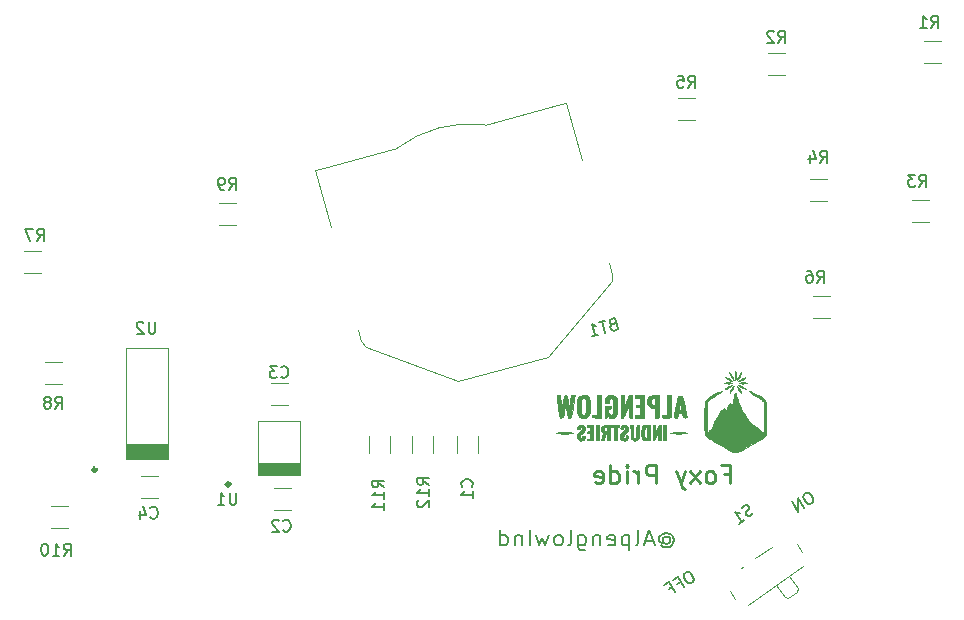
<source format=gbr>
%TF.GenerationSoftware,KiCad,Pcbnew,(6.0.4)*%
%TF.CreationDate,2022-06-03T16:22:06-07:00*%
%TF.ProjectId,Foxy_Pride,466f7879-5f50-4726-9964-652e6b696361,rev?*%
%TF.SameCoordinates,Original*%
%TF.FileFunction,Legend,Bot*%
%TF.FilePolarity,Positive*%
%FSLAX46Y46*%
G04 Gerber Fmt 4.6, Leading zero omitted, Abs format (unit mm)*
G04 Created by KiCad (PCBNEW (6.0.4)) date 2022-06-03 16:22:06*
%MOMM*%
%LPD*%
G01*
G04 APERTURE LIST*
%ADD10C,0.150000*%
%ADD11C,0.228600*%
%ADD12C,0.177800*%
%ADD13C,0.120000*%
%ADD14C,0.010000*%
%ADD15C,0.314000*%
G04 APERTURE END LIST*
D10*
X98052301Y-80750224D02*
X97887344Y-80845462D01*
X97828675Y-80934320D01*
X97793815Y-81064418D01*
X97847814Y-81253185D01*
X98014481Y-81541860D01*
X98150958Y-81683007D01*
X98281056Y-81717867D01*
X98387344Y-81711487D01*
X98552301Y-81616249D01*
X98610970Y-81527391D01*
X98645830Y-81397293D01*
X98591831Y-81208526D01*
X98425164Y-80919851D01*
X98288687Y-80778704D01*
X98158589Y-80743844D01*
X98052301Y-80750224D01*
X97809993Y-82044821D02*
X97309993Y-81178795D01*
X97315122Y-82330535D01*
X96815122Y-81464509D01*
X87926976Y-87441557D02*
X87762019Y-87536795D01*
X87703350Y-87625653D01*
X87668490Y-87755751D01*
X87722489Y-87944518D01*
X87889156Y-88233193D01*
X88025633Y-88374341D01*
X88155731Y-88409200D01*
X88262019Y-88402821D01*
X88426976Y-88307582D01*
X88485645Y-88218724D01*
X88520505Y-88088626D01*
X88466506Y-87899860D01*
X88299839Y-87611185D01*
X88163362Y-87470037D01*
X88033264Y-87435177D01*
X87926976Y-87441557D01*
X87134089Y-88449188D02*
X87422764Y-88282521D01*
X87684669Y-88736154D02*
X87184669Y-87870128D01*
X86772276Y-88108224D01*
X86391781Y-88877760D02*
X86680456Y-88711093D01*
X86942361Y-89164725D02*
X86442361Y-88298700D01*
X86029968Y-88536795D01*
D11*
X91040857Y-79139142D02*
X91548857Y-79139142D01*
X91548857Y-79937428D02*
X91548857Y-78413428D01*
X90823142Y-78413428D01*
X90024857Y-79937428D02*
X90170000Y-79864857D01*
X90242571Y-79792285D01*
X90315142Y-79647142D01*
X90315142Y-79211714D01*
X90242571Y-79066571D01*
X90170000Y-78994000D01*
X90024857Y-78921428D01*
X89807142Y-78921428D01*
X89662000Y-78994000D01*
X89589428Y-79066571D01*
X89516857Y-79211714D01*
X89516857Y-79647142D01*
X89589428Y-79792285D01*
X89662000Y-79864857D01*
X89807142Y-79937428D01*
X90024857Y-79937428D01*
X89008857Y-79937428D02*
X88210571Y-78921428D01*
X89008857Y-78921428D02*
X88210571Y-79937428D01*
X87775142Y-78921428D02*
X87412285Y-79937428D01*
X87049428Y-78921428D02*
X87412285Y-79937428D01*
X87557428Y-80300285D01*
X87630000Y-80372857D01*
X87775142Y-80445428D01*
X85307714Y-79937428D02*
X85307714Y-78413428D01*
X84727142Y-78413428D01*
X84582000Y-78486000D01*
X84509428Y-78558571D01*
X84436857Y-78703714D01*
X84436857Y-78921428D01*
X84509428Y-79066571D01*
X84582000Y-79139142D01*
X84727142Y-79211714D01*
X85307714Y-79211714D01*
X83783714Y-79937428D02*
X83783714Y-78921428D01*
X83783714Y-79211714D02*
X83711142Y-79066571D01*
X83638571Y-78994000D01*
X83493428Y-78921428D01*
X83348285Y-78921428D01*
X82840285Y-79937428D02*
X82840285Y-78921428D01*
X82840285Y-78413428D02*
X82912857Y-78486000D01*
X82840285Y-78558571D01*
X82767714Y-78486000D01*
X82840285Y-78413428D01*
X82840285Y-78558571D01*
X81461428Y-79937428D02*
X81461428Y-78413428D01*
X81461428Y-79864857D02*
X81606571Y-79937428D01*
X81896857Y-79937428D01*
X82042000Y-79864857D01*
X82114571Y-79792285D01*
X82187142Y-79647142D01*
X82187142Y-79211714D01*
X82114571Y-79066571D01*
X82042000Y-78994000D01*
X81896857Y-78921428D01*
X81606571Y-78921428D01*
X81461428Y-78994000D01*
X80155142Y-79864857D02*
X80300285Y-79937428D01*
X80590571Y-79937428D01*
X80735714Y-79864857D01*
X80808285Y-79719714D01*
X80808285Y-79139142D01*
X80735714Y-78994000D01*
X80590571Y-78921428D01*
X80300285Y-78921428D01*
X80155142Y-78994000D01*
X80082571Y-79139142D01*
X80082571Y-79284285D01*
X80808285Y-79429428D01*
D12*
X85937271Y-84577161D02*
X86003795Y-84516685D01*
X86136842Y-84456209D01*
X86269890Y-84456209D01*
X86402938Y-84516685D01*
X86469461Y-84577161D01*
X86535985Y-84698114D01*
X86535985Y-84819066D01*
X86469461Y-84940019D01*
X86402938Y-85000495D01*
X86269890Y-85060971D01*
X86136842Y-85060971D01*
X86003795Y-85000495D01*
X85937271Y-84940019D01*
X85937271Y-84456209D02*
X85937271Y-84940019D01*
X85870747Y-85000495D01*
X85804223Y-85000495D01*
X85671176Y-84940019D01*
X85604652Y-84819066D01*
X85604652Y-84516685D01*
X85737700Y-84335257D01*
X85937271Y-84214304D01*
X86203366Y-84153828D01*
X86469461Y-84214304D01*
X86669033Y-84335257D01*
X86802080Y-84516685D01*
X86868604Y-84758590D01*
X86802080Y-85000495D01*
X86669033Y-85181923D01*
X86469461Y-85302876D01*
X86203366Y-85363352D01*
X85937271Y-85302876D01*
X85737700Y-85181923D01*
X85072461Y-84819066D02*
X84407223Y-84819066D01*
X85205509Y-85181923D02*
X84739842Y-83911923D01*
X84274176Y-85181923D01*
X83608938Y-85181923D02*
X83741985Y-85121447D01*
X83808509Y-85000495D01*
X83808509Y-83911923D01*
X83076747Y-84335257D02*
X83076747Y-85605257D01*
X83076747Y-84395733D02*
X82943700Y-84335257D01*
X82677604Y-84335257D01*
X82544557Y-84395733D01*
X82478033Y-84456209D01*
X82411509Y-84577161D01*
X82411509Y-84940019D01*
X82478033Y-85060971D01*
X82544557Y-85121447D01*
X82677604Y-85181923D01*
X82943700Y-85181923D01*
X83076747Y-85121447D01*
X81280604Y-85121447D02*
X81413652Y-85181923D01*
X81679747Y-85181923D01*
X81812795Y-85121447D01*
X81879319Y-85000495D01*
X81879319Y-84516685D01*
X81812795Y-84395733D01*
X81679747Y-84335257D01*
X81413652Y-84335257D01*
X81280604Y-84395733D01*
X81214080Y-84516685D01*
X81214080Y-84637638D01*
X81879319Y-84758590D01*
X80615366Y-84335257D02*
X80615366Y-85181923D01*
X80615366Y-84456209D02*
X80548842Y-84395733D01*
X80415795Y-84335257D01*
X80216223Y-84335257D01*
X80083176Y-84395733D01*
X80016652Y-84516685D01*
X80016652Y-85181923D01*
X78752700Y-84335257D02*
X78752700Y-85363352D01*
X78819223Y-85484304D01*
X78885747Y-85544780D01*
X79018795Y-85605257D01*
X79218366Y-85605257D01*
X79351414Y-85544780D01*
X78752700Y-85121447D02*
X78885747Y-85181923D01*
X79151842Y-85181923D01*
X79284890Y-85121447D01*
X79351414Y-85060971D01*
X79417938Y-84940019D01*
X79417938Y-84577161D01*
X79351414Y-84456209D01*
X79284890Y-84395733D01*
X79151842Y-84335257D01*
X78885747Y-84335257D01*
X78752700Y-84395733D01*
X77887890Y-85181923D02*
X78020938Y-85121447D01*
X78087461Y-85000495D01*
X78087461Y-83911923D01*
X77156128Y-85181923D02*
X77289176Y-85121447D01*
X77355700Y-85060971D01*
X77422223Y-84940019D01*
X77422223Y-84577161D01*
X77355700Y-84456209D01*
X77289176Y-84395733D01*
X77156128Y-84335257D01*
X76956557Y-84335257D01*
X76823509Y-84395733D01*
X76756985Y-84456209D01*
X76690461Y-84577161D01*
X76690461Y-84940019D01*
X76756985Y-85060971D01*
X76823509Y-85121447D01*
X76956557Y-85181923D01*
X77156128Y-85181923D01*
X76224795Y-84335257D02*
X75958700Y-85181923D01*
X75692604Y-84577161D01*
X75426509Y-85181923D01*
X75160414Y-84335257D01*
X74628223Y-85181923D02*
X74628223Y-83911923D01*
X73962985Y-84335257D02*
X73962985Y-85181923D01*
X73962985Y-84456209D02*
X73896461Y-84395733D01*
X73763414Y-84335257D01*
X73563842Y-84335257D01*
X73430795Y-84395733D01*
X73364271Y-84516685D01*
X73364271Y-85181923D01*
X72100319Y-85181923D02*
X72100319Y-83911923D01*
X72100319Y-85121447D02*
X72233366Y-85181923D01*
X72499461Y-85181923D01*
X72632509Y-85121447D01*
X72699033Y-85060971D01*
X72765557Y-84940019D01*
X72765557Y-84577161D01*
X72699033Y-84456209D01*
X72632509Y-84395733D01*
X72499461Y-84335257D01*
X72233366Y-84335257D01*
X72100319Y-84395733D01*
D10*
%TO.C,R2*%
X95670666Y-42616380D02*
X96004000Y-42140190D01*
X96242095Y-42616380D02*
X96242095Y-41616380D01*
X95861142Y-41616380D01*
X95765904Y-41664000D01*
X95718285Y-41711619D01*
X95670666Y-41806857D01*
X95670666Y-41949714D01*
X95718285Y-42044952D01*
X95765904Y-42092571D01*
X95861142Y-42140190D01*
X96242095Y-42140190D01*
X95289714Y-41711619D02*
X95242095Y-41664000D01*
X95146857Y-41616380D01*
X94908761Y-41616380D01*
X94813523Y-41664000D01*
X94765904Y-41711619D01*
X94718285Y-41806857D01*
X94718285Y-41902095D01*
X94765904Y-42044952D01*
X95337333Y-42616380D01*
X94718285Y-42616380D01*
%TO.C,R6*%
X98972666Y-62936380D02*
X99306000Y-62460190D01*
X99544095Y-62936380D02*
X99544095Y-61936380D01*
X99163142Y-61936380D01*
X99067904Y-61984000D01*
X99020285Y-62031619D01*
X98972666Y-62126857D01*
X98972666Y-62269714D01*
X99020285Y-62364952D01*
X99067904Y-62412571D01*
X99163142Y-62460190D01*
X99544095Y-62460190D01*
X98115523Y-61936380D02*
X98306000Y-61936380D01*
X98401238Y-61984000D01*
X98448857Y-62031619D01*
X98544095Y-62174476D01*
X98591714Y-62364952D01*
X98591714Y-62745904D01*
X98544095Y-62841142D01*
X98496476Y-62888761D01*
X98401238Y-62936380D01*
X98210761Y-62936380D01*
X98115523Y-62888761D01*
X98067904Y-62841142D01*
X98020285Y-62745904D01*
X98020285Y-62507809D01*
X98067904Y-62412571D01*
X98115523Y-62364952D01*
X98210761Y-62317333D01*
X98401238Y-62317333D01*
X98496476Y-62364952D01*
X98544095Y-62412571D01*
X98591714Y-62507809D01*
%TO.C,C4*%
X42508466Y-82830942D02*
X42556085Y-82878561D01*
X42698942Y-82926180D01*
X42794180Y-82926180D01*
X42937038Y-82878561D01*
X43032276Y-82783323D01*
X43079895Y-82688085D01*
X43127514Y-82497609D01*
X43127514Y-82354752D01*
X43079895Y-82164276D01*
X43032276Y-82069038D01*
X42937038Y-81973800D01*
X42794180Y-81926180D01*
X42698942Y-81926180D01*
X42556085Y-81973800D01*
X42508466Y-82021419D01*
X41651323Y-82259514D02*
X41651323Y-82926180D01*
X41889419Y-81878561D02*
X42127514Y-82592847D01*
X41508466Y-82592847D01*
%TO.C,R3*%
X107608666Y-54808380D02*
X107942000Y-54332190D01*
X108180095Y-54808380D02*
X108180095Y-53808380D01*
X107799142Y-53808380D01*
X107703904Y-53856000D01*
X107656285Y-53903619D01*
X107608666Y-53998857D01*
X107608666Y-54141714D01*
X107656285Y-54236952D01*
X107703904Y-54284571D01*
X107799142Y-54332190D01*
X108180095Y-54332190D01*
X107275333Y-53808380D02*
X106656285Y-53808380D01*
X106989619Y-54189333D01*
X106846761Y-54189333D01*
X106751523Y-54236952D01*
X106703904Y-54284571D01*
X106656285Y-54379809D01*
X106656285Y-54617904D01*
X106703904Y-54713142D01*
X106751523Y-54760761D01*
X106846761Y-54808380D01*
X107132476Y-54808380D01*
X107227714Y-54760761D01*
X107275333Y-54713142D01*
%TO.C,U2*%
X42925896Y-66254374D02*
X42925896Y-67063898D01*
X42878277Y-67159136D01*
X42830658Y-67206755D01*
X42735420Y-67254374D01*
X42544944Y-67254374D01*
X42449706Y-67206755D01*
X42402087Y-67159136D01*
X42354468Y-67063898D01*
X42354468Y-66254374D01*
X41925896Y-66349613D02*
X41878277Y-66301994D01*
X41783039Y-66254374D01*
X41544944Y-66254374D01*
X41449706Y-66301994D01*
X41402087Y-66349613D01*
X41354468Y-66444851D01*
X41354468Y-66540089D01*
X41402087Y-66682946D01*
X41973515Y-67254374D01*
X41354468Y-67254374D01*
%TO.C,R5*%
X88050666Y-46426380D02*
X88384000Y-45950190D01*
X88622095Y-46426380D02*
X88622095Y-45426380D01*
X88241142Y-45426380D01*
X88145904Y-45474000D01*
X88098285Y-45521619D01*
X88050666Y-45616857D01*
X88050666Y-45759714D01*
X88098285Y-45854952D01*
X88145904Y-45902571D01*
X88241142Y-45950190D01*
X88622095Y-45950190D01*
X87145904Y-45426380D02*
X87622095Y-45426380D01*
X87669714Y-45902571D01*
X87622095Y-45854952D01*
X87526857Y-45807333D01*
X87288761Y-45807333D01*
X87193523Y-45854952D01*
X87145904Y-45902571D01*
X87098285Y-45997809D01*
X87098285Y-46235904D01*
X87145904Y-46331142D01*
X87193523Y-46378761D01*
X87288761Y-46426380D01*
X87526857Y-46426380D01*
X87622095Y-46378761D01*
X87669714Y-46331142D01*
%TO.C,S1*%
X93566277Y-82444550D02*
X93476569Y-82565497D01*
X93281532Y-82702063D01*
X93176205Y-82717682D01*
X93109884Y-82705988D01*
X93016251Y-82655287D01*
X92961625Y-82577272D01*
X92946005Y-82471945D01*
X92957700Y-82405624D01*
X93008401Y-82311991D01*
X93137117Y-82163731D01*
X93187818Y-82070097D01*
X93199512Y-82003777D01*
X93183893Y-81898449D01*
X93129267Y-81820435D01*
X93035633Y-81769733D01*
X92969313Y-81758039D01*
X92863985Y-81773658D01*
X92668949Y-81910224D01*
X92579240Y-82031171D01*
X92345359Y-83357579D02*
X92813446Y-83029821D01*
X92579402Y-83193700D02*
X92005826Y-82374548D01*
X92165780Y-82436943D01*
X92298420Y-82460331D01*
X92403748Y-82444712D01*
%TO.C,R4*%
X99226666Y-52776380D02*
X99560000Y-52300190D01*
X99798095Y-52776380D02*
X99798095Y-51776380D01*
X99417142Y-51776380D01*
X99321904Y-51824000D01*
X99274285Y-51871619D01*
X99226666Y-51966857D01*
X99226666Y-52109714D01*
X99274285Y-52204952D01*
X99321904Y-52252571D01*
X99417142Y-52300190D01*
X99798095Y-52300190D01*
X98369523Y-52109714D02*
X98369523Y-52776380D01*
X98607619Y-51728761D02*
X98845714Y-52443047D01*
X98226666Y-52443047D01*
%TO.C,R12*%
X66111380Y-80052942D02*
X65635190Y-79719609D01*
X66111380Y-79481514D02*
X65111380Y-79481514D01*
X65111380Y-79862466D01*
X65159000Y-79957704D01*
X65206619Y-80005323D01*
X65301857Y-80052942D01*
X65444714Y-80052942D01*
X65539952Y-80005323D01*
X65587571Y-79957704D01*
X65635190Y-79862466D01*
X65635190Y-79481514D01*
X66111380Y-81005323D02*
X66111380Y-80433895D01*
X66111380Y-80719609D02*
X65111380Y-80719609D01*
X65254238Y-80624371D01*
X65349476Y-80529133D01*
X65397095Y-80433895D01*
X65206619Y-81386276D02*
X65159000Y-81433895D01*
X65111380Y-81529133D01*
X65111380Y-81767228D01*
X65159000Y-81862466D01*
X65206619Y-81910085D01*
X65301857Y-81957704D01*
X65397095Y-81957704D01*
X65539952Y-81910085D01*
X66111380Y-81338657D01*
X66111380Y-81957704D01*
%TO.C,U1*%
X49783896Y-80732380D02*
X49783896Y-81541904D01*
X49736277Y-81637142D01*
X49688658Y-81684761D01*
X49593420Y-81732380D01*
X49402944Y-81732380D01*
X49307706Y-81684761D01*
X49260087Y-81637142D01*
X49212468Y-81541904D01*
X49212468Y-80732380D01*
X48212468Y-81732380D02*
X48783896Y-81732380D01*
X48498182Y-81732380D02*
X48498182Y-80732380D01*
X48593420Y-80875238D01*
X48688658Y-80970476D01*
X48783896Y-81018095D01*
%TO.C,R7*%
X32932666Y-59380380D02*
X33266000Y-58904190D01*
X33504095Y-59380380D02*
X33504095Y-58380380D01*
X33123142Y-58380380D01*
X33027904Y-58428000D01*
X32980285Y-58475619D01*
X32932666Y-58570857D01*
X32932666Y-58713714D01*
X32980285Y-58808952D01*
X33027904Y-58856571D01*
X33123142Y-58904190D01*
X33504095Y-58904190D01*
X32599333Y-58380380D02*
X31932666Y-58380380D01*
X32361238Y-59380380D01*
%TO.C,C3*%
X53579166Y-70927142D02*
X53626785Y-70974761D01*
X53769642Y-71022380D01*
X53864880Y-71022380D01*
X54007738Y-70974761D01*
X54102976Y-70879523D01*
X54150595Y-70784285D01*
X54198214Y-70593809D01*
X54198214Y-70450952D01*
X54150595Y-70260476D01*
X54102976Y-70165238D01*
X54007738Y-70070000D01*
X53864880Y-70022380D01*
X53769642Y-70022380D01*
X53626785Y-70070000D01*
X53579166Y-70117619D01*
X53245833Y-70022380D02*
X52626785Y-70022380D01*
X52960119Y-70403333D01*
X52817261Y-70403333D01*
X52722023Y-70450952D01*
X52674404Y-70498571D01*
X52626785Y-70593809D01*
X52626785Y-70831904D01*
X52674404Y-70927142D01*
X52722023Y-70974761D01*
X52817261Y-71022380D01*
X53102976Y-71022380D01*
X53198214Y-70974761D01*
X53245833Y-70927142D01*
%TO.C,R11*%
X62275980Y-80281542D02*
X61799790Y-79948209D01*
X62275980Y-79710114D02*
X61275980Y-79710114D01*
X61275980Y-80091066D01*
X61323600Y-80186304D01*
X61371219Y-80233923D01*
X61466457Y-80281542D01*
X61609314Y-80281542D01*
X61704552Y-80233923D01*
X61752171Y-80186304D01*
X61799790Y-80091066D01*
X61799790Y-79710114D01*
X62275980Y-81233923D02*
X62275980Y-80662495D01*
X62275980Y-80948209D02*
X61275980Y-80948209D01*
X61418838Y-80852971D01*
X61514076Y-80757733D01*
X61561695Y-80662495D01*
X62275980Y-82186304D02*
X62275980Y-81614876D01*
X62275980Y-81900590D02*
X61275980Y-81900590D01*
X61418838Y-81805352D01*
X61514076Y-81710114D01*
X61561695Y-81614876D01*
%TO.C,BT1*%
X81649624Y-66482261D02*
X81523959Y-66565232D01*
X81490288Y-66623553D01*
X81468941Y-66727870D01*
X81505915Y-66865860D01*
X81576561Y-66945528D01*
X81634882Y-66979200D01*
X81739200Y-67000547D01*
X82107171Y-66901949D01*
X81848352Y-65936023D01*
X81526377Y-66022296D01*
X81446709Y-66092942D01*
X81413037Y-66151263D01*
X81391690Y-66255581D01*
X81416339Y-66347574D01*
X81486985Y-66427242D01*
X81545306Y-66460914D01*
X81649624Y-66482261D01*
X81971599Y-66395988D01*
X81020416Y-66157868D02*
X80468458Y-66305765D01*
X81003256Y-67197742D02*
X80744437Y-66231816D01*
X79899341Y-67493535D02*
X80451298Y-67345639D01*
X80175320Y-67419587D02*
X79916501Y-66453661D01*
X80045468Y-66567001D01*
X80162110Y-66634345D01*
X80266428Y-66655692D01*
%TO.C,C2*%
X53760666Y-83923142D02*
X53808285Y-83970761D01*
X53951142Y-84018380D01*
X54046380Y-84018380D01*
X54189238Y-83970761D01*
X54284476Y-83875523D01*
X54332095Y-83780285D01*
X54379714Y-83589809D01*
X54379714Y-83446952D01*
X54332095Y-83256476D01*
X54284476Y-83161238D01*
X54189238Y-83066000D01*
X54046380Y-83018380D01*
X53951142Y-83018380D01*
X53808285Y-83066000D01*
X53760666Y-83113619D01*
X53379714Y-83113619D02*
X53332095Y-83066000D01*
X53236857Y-83018380D01*
X52998761Y-83018380D01*
X52903523Y-83066000D01*
X52855904Y-83113619D01*
X52808285Y-83208857D01*
X52808285Y-83304095D01*
X52855904Y-83446952D01*
X53427333Y-84018380D01*
X52808285Y-84018380D01*
%TO.C,R9*%
X49188666Y-55062380D02*
X49522000Y-54586190D01*
X49760095Y-55062380D02*
X49760095Y-54062380D01*
X49379142Y-54062380D01*
X49283904Y-54110000D01*
X49236285Y-54157619D01*
X49188666Y-54252857D01*
X49188666Y-54395714D01*
X49236285Y-54490952D01*
X49283904Y-54538571D01*
X49379142Y-54586190D01*
X49760095Y-54586190D01*
X48712476Y-55062380D02*
X48522000Y-55062380D01*
X48426761Y-55014761D01*
X48379142Y-54967142D01*
X48283904Y-54824285D01*
X48236285Y-54633809D01*
X48236285Y-54252857D01*
X48283904Y-54157619D01*
X48331523Y-54110000D01*
X48426761Y-54062380D01*
X48617238Y-54062380D01*
X48712476Y-54110000D01*
X48760095Y-54157619D01*
X48807714Y-54252857D01*
X48807714Y-54490952D01*
X48760095Y-54586190D01*
X48712476Y-54633809D01*
X48617238Y-54681428D01*
X48426761Y-54681428D01*
X48331523Y-54633809D01*
X48283904Y-54586190D01*
X48236285Y-54490952D01*
%TO.C,R10*%
X35186857Y-86050380D02*
X35520190Y-85574190D01*
X35758285Y-86050380D02*
X35758285Y-85050380D01*
X35377333Y-85050380D01*
X35282095Y-85098000D01*
X35234476Y-85145619D01*
X35186857Y-85240857D01*
X35186857Y-85383714D01*
X35234476Y-85478952D01*
X35282095Y-85526571D01*
X35377333Y-85574190D01*
X35758285Y-85574190D01*
X34234476Y-86050380D02*
X34805904Y-86050380D01*
X34520190Y-86050380D02*
X34520190Y-85050380D01*
X34615428Y-85193238D01*
X34710666Y-85288476D01*
X34805904Y-85336095D01*
X33615428Y-85050380D02*
X33520190Y-85050380D01*
X33424952Y-85098000D01*
X33377333Y-85145619D01*
X33329714Y-85240857D01*
X33282095Y-85431333D01*
X33282095Y-85669428D01*
X33329714Y-85859904D01*
X33377333Y-85955142D01*
X33424952Y-86002761D01*
X33520190Y-86050380D01*
X33615428Y-86050380D01*
X33710666Y-86002761D01*
X33758285Y-85955142D01*
X33805904Y-85859904D01*
X33853523Y-85669428D01*
X33853523Y-85431333D01*
X33805904Y-85240857D01*
X33758285Y-85145619D01*
X33710666Y-85098000D01*
X33615428Y-85050380D01*
%TO.C,R8*%
X34456666Y-73604380D02*
X34790000Y-73128190D01*
X35028095Y-73604380D02*
X35028095Y-72604380D01*
X34647142Y-72604380D01*
X34551904Y-72652000D01*
X34504285Y-72699619D01*
X34456666Y-72794857D01*
X34456666Y-72937714D01*
X34504285Y-73032952D01*
X34551904Y-73080571D01*
X34647142Y-73128190D01*
X35028095Y-73128190D01*
X33885238Y-73032952D02*
X33980476Y-72985333D01*
X34028095Y-72937714D01*
X34075714Y-72842476D01*
X34075714Y-72794857D01*
X34028095Y-72699619D01*
X33980476Y-72652000D01*
X33885238Y-72604380D01*
X33694761Y-72604380D01*
X33599523Y-72652000D01*
X33551904Y-72699619D01*
X33504285Y-72794857D01*
X33504285Y-72842476D01*
X33551904Y-72937714D01*
X33599523Y-72985333D01*
X33694761Y-73032952D01*
X33885238Y-73032952D01*
X33980476Y-73080571D01*
X34028095Y-73128190D01*
X34075714Y-73223428D01*
X34075714Y-73413904D01*
X34028095Y-73509142D01*
X33980476Y-73556761D01*
X33885238Y-73604380D01*
X33694761Y-73604380D01*
X33599523Y-73556761D01*
X33551904Y-73509142D01*
X33504285Y-73413904D01*
X33504285Y-73223428D01*
X33551904Y-73128190D01*
X33599523Y-73080571D01*
X33694761Y-73032952D01*
%TO.C,C1*%
X69724542Y-80224333D02*
X69772161Y-80176714D01*
X69819780Y-80033857D01*
X69819780Y-79938619D01*
X69772161Y-79795761D01*
X69676923Y-79700523D01*
X69581685Y-79652904D01*
X69391209Y-79605285D01*
X69248352Y-79605285D01*
X69057876Y-79652904D01*
X68962638Y-79700523D01*
X68867400Y-79795761D01*
X68819780Y-79938619D01*
X68819780Y-80033857D01*
X68867400Y-80176714D01*
X68915019Y-80224333D01*
X69819780Y-81176714D02*
X69819780Y-80605285D01*
X69819780Y-80891000D02*
X68819780Y-80891000D01*
X68962638Y-80795761D01*
X69057876Y-80700523D01*
X69105495Y-80605285D01*
%TO.C,R1*%
X108624666Y-41346380D02*
X108958000Y-40870190D01*
X109196095Y-41346380D02*
X109196095Y-40346380D01*
X108815142Y-40346380D01*
X108719904Y-40394000D01*
X108672285Y-40441619D01*
X108624666Y-40536857D01*
X108624666Y-40679714D01*
X108672285Y-40774952D01*
X108719904Y-40822571D01*
X108815142Y-40870190D01*
X109196095Y-40870190D01*
X107672285Y-41346380D02*
X108243714Y-41346380D01*
X107958000Y-41346380D02*
X107958000Y-40346380D01*
X108053238Y-40489238D01*
X108148476Y-40584476D01*
X108243714Y-40632095D01*
D13*
%TO.C,R2*%
X96231064Y-45360000D02*
X94776936Y-45360000D01*
X96231064Y-43540000D02*
X94776936Y-43540000D01*
%TO.C,R6*%
X100041064Y-65934000D02*
X98586936Y-65934000D01*
X100041064Y-64114000D02*
X98586936Y-64114000D01*
%TO.C,C4*%
X43145064Y-81174000D02*
X41690936Y-81174000D01*
X43145064Y-79354000D02*
X41690936Y-79354000D01*
%TO.C,R3*%
X108423064Y-57806000D02*
X106968936Y-57806000D01*
X108423064Y-55986000D02*
X106968936Y-55986000D01*
%TO.C,*%
G36*
X79714256Y-73645917D02*
G01*
X79712274Y-73811660D01*
X79707936Y-73933335D01*
X79700398Y-74020691D01*
X79688816Y-74083478D01*
X79672347Y-74131448D01*
X79650145Y-74174350D01*
X79643214Y-74185621D01*
X79566413Y-74274595D01*
X79475520Y-74340988D01*
X79449253Y-74353001D01*
X79305727Y-74390349D01*
X79145211Y-74397707D01*
X78992358Y-74375725D01*
X78871825Y-74325054D01*
X78838164Y-74301711D01*
X78768905Y-74245192D01*
X78717352Y-74182620D01*
X78680934Y-74104427D01*
X78657082Y-74001046D01*
X78643227Y-73862910D01*
X78636797Y-73680450D01*
X78635225Y-73444100D01*
X78635250Y-73424036D01*
X79000350Y-73424036D01*
X79000652Y-73600122D01*
X79002299Y-73769922D01*
X79006090Y-73892451D01*
X79012812Y-73976718D01*
X79023249Y-74031734D01*
X79038188Y-74066509D01*
X79058413Y-74090054D01*
X79101996Y-74120583D01*
X79201843Y-74139390D01*
X79303845Y-74097595D01*
X79318643Y-74085113D01*
X79337114Y-74058352D01*
X79350521Y-74014776D01*
X79359957Y-73945051D01*
X79366511Y-73839837D01*
X79371274Y-73689799D01*
X79375338Y-73485599D01*
X79376749Y-73374513D01*
X79376325Y-73177114D01*
X79371948Y-73014751D01*
X79363946Y-72896888D01*
X79352648Y-72832991D01*
X79341028Y-72807970D01*
X79272719Y-72740935D01*
X79179729Y-72722933D01*
X79079494Y-72758706D01*
X79000350Y-72810563D01*
X79000350Y-73424036D01*
X78635250Y-73424036D01*
X78635371Y-73328971D01*
X78636858Y-73145499D01*
X78640724Y-73009636D01*
X78647905Y-72910856D01*
X78659340Y-72838635D01*
X78675968Y-72782449D01*
X78698725Y-72731773D01*
X78723384Y-72686950D01*
X78816379Y-72573367D01*
X78938881Y-72503996D01*
X79105141Y-72469642D01*
X79199171Y-72464748D01*
X79384357Y-72489273D01*
X79533953Y-72560554D01*
X79642023Y-72676305D01*
X79651692Y-72692119D01*
X79674104Y-72734254D01*
X79690466Y-72781055D01*
X79701728Y-72842325D01*
X79708837Y-72927871D01*
X79712740Y-73047500D01*
X79714387Y-73211015D01*
X79714642Y-73374513D01*
X79714725Y-73428225D01*
X79714256Y-73645917D01*
G37*
D14*
X79714256Y-73645917D02*
X79712274Y-73811660D01*
X79707936Y-73933335D01*
X79700398Y-74020691D01*
X79688816Y-74083478D01*
X79672347Y-74131448D01*
X79650145Y-74174350D01*
X79643214Y-74185621D01*
X79566413Y-74274595D01*
X79475520Y-74340988D01*
X79449253Y-74353001D01*
X79305727Y-74390349D01*
X79145211Y-74397707D01*
X78992358Y-74375725D01*
X78871825Y-74325054D01*
X78838164Y-74301711D01*
X78768905Y-74245192D01*
X78717352Y-74182620D01*
X78680934Y-74104427D01*
X78657082Y-74001046D01*
X78643227Y-73862910D01*
X78636797Y-73680450D01*
X78635225Y-73444100D01*
X78635250Y-73424036D01*
X79000350Y-73424036D01*
X79000652Y-73600122D01*
X79002299Y-73769922D01*
X79006090Y-73892451D01*
X79012812Y-73976718D01*
X79023249Y-74031734D01*
X79038188Y-74066509D01*
X79058413Y-74090054D01*
X79101996Y-74120583D01*
X79201843Y-74139390D01*
X79303845Y-74097595D01*
X79318643Y-74085113D01*
X79337114Y-74058352D01*
X79350521Y-74014776D01*
X79359957Y-73945051D01*
X79366511Y-73839837D01*
X79371274Y-73689799D01*
X79375338Y-73485599D01*
X79376749Y-73374513D01*
X79376325Y-73177114D01*
X79371948Y-73014751D01*
X79363946Y-72896888D01*
X79352648Y-72832991D01*
X79341028Y-72807970D01*
X79272719Y-72740935D01*
X79179729Y-72722933D01*
X79079494Y-72758706D01*
X79000350Y-72810563D01*
X79000350Y-73424036D01*
X78635250Y-73424036D01*
X78635371Y-73328971D01*
X78636858Y-73145499D01*
X78640724Y-73009636D01*
X78647905Y-72910856D01*
X78659340Y-72838635D01*
X78675968Y-72782449D01*
X78698725Y-72731773D01*
X78723384Y-72686950D01*
X78816379Y-72573367D01*
X78938881Y-72503996D01*
X79105141Y-72469642D01*
X79199171Y-72464748D01*
X79384357Y-72489273D01*
X79533953Y-72560554D01*
X79642023Y-72676305D01*
X79651692Y-72692119D01*
X79674104Y-72734254D01*
X79690466Y-72781055D01*
X79701728Y-72842325D01*
X79708837Y-72927871D01*
X79712740Y-73047500D01*
X79714387Y-73211015D01*
X79714642Y-73374513D01*
X79714725Y-73428225D01*
X79714256Y-73645917D01*
G36*
X84563665Y-76301600D02*
G01*
X84451628Y-76298261D01*
X84315975Y-76277075D01*
X84216937Y-76229940D01*
X84149186Y-76149502D01*
X84107391Y-76028410D01*
X84086222Y-75859310D01*
X84080617Y-75645055D01*
X84334837Y-75645055D01*
X84334839Y-75646756D01*
X84336950Y-75799325D01*
X84342266Y-75929844D01*
X84349990Y-76024499D01*
X84359325Y-76069474D01*
X84397376Y-76098590D01*
X84469964Y-76122934D01*
X84556600Y-76138644D01*
X84556600Y-75648622D01*
X84556544Y-75564061D01*
X84555556Y-75401507D01*
X84552430Y-75289316D01*
X84546008Y-75218209D01*
X84535131Y-75178907D01*
X84518637Y-75162130D01*
X84495368Y-75158600D01*
X84453736Y-75161820D01*
X84403063Y-75183989D01*
X84368705Y-75234704D01*
X84347794Y-75322659D01*
X84337460Y-75456546D01*
X84334837Y-75645055D01*
X84080617Y-75645055D01*
X84080350Y-75634849D01*
X84082254Y-75506179D01*
X84096060Y-75318588D01*
X84124780Y-75182177D01*
X84170254Y-75089760D01*
X84234325Y-75034155D01*
X84242504Y-75030539D01*
X84314435Y-75014945D01*
X84425230Y-75003987D01*
X84554513Y-74999850D01*
X84810600Y-74999850D01*
X84810600Y-76301600D01*
X84563665Y-76301600D01*
G37*
X84563665Y-76301600D02*
X84451628Y-76298261D01*
X84315975Y-76277075D01*
X84216937Y-76229940D01*
X84149186Y-76149502D01*
X84107391Y-76028410D01*
X84086222Y-75859310D01*
X84080617Y-75645055D01*
X84334837Y-75645055D01*
X84334839Y-75646756D01*
X84336950Y-75799325D01*
X84342266Y-75929844D01*
X84349990Y-76024499D01*
X84359325Y-76069474D01*
X84397376Y-76098590D01*
X84469964Y-76122934D01*
X84556600Y-76138644D01*
X84556600Y-75648622D01*
X84556544Y-75564061D01*
X84555556Y-75401507D01*
X84552430Y-75289316D01*
X84546008Y-75218209D01*
X84535131Y-75178907D01*
X84518637Y-75162130D01*
X84495368Y-75158600D01*
X84453736Y-75161820D01*
X84403063Y-75183989D01*
X84368705Y-75234704D01*
X84347794Y-75322659D01*
X84337460Y-75456546D01*
X84334837Y-75645055D01*
X84080617Y-75645055D01*
X84080350Y-75634849D01*
X84082254Y-75506179D01*
X84096060Y-75318588D01*
X84124780Y-75182177D01*
X84170254Y-75089760D01*
X84234325Y-75034155D01*
X84242504Y-75030539D01*
X84314435Y-75014945D01*
X84425230Y-75003987D01*
X84554513Y-74999850D01*
X84810600Y-74999850D01*
X84810600Y-76301600D01*
X84563665Y-76301600D01*
G36*
X87339550Y-75552874D02*
G01*
X87458385Y-75566570D01*
X87616051Y-75591058D01*
X87969725Y-75648347D01*
X87636350Y-75700754D01*
X87528555Y-75717732D01*
X87408190Y-75736782D01*
X87323134Y-75750357D01*
X87287100Y-75756276D01*
X87254630Y-75753332D01*
X87171487Y-75742279D01*
X87050968Y-75724858D01*
X86906100Y-75702894D01*
X86540975Y-75646395D01*
X86901676Y-75590083D01*
X86991637Y-75576240D01*
X87128616Y-75557740D01*
X87237108Y-75549941D01*
X87339550Y-75552874D01*
G37*
X87339550Y-75552874D02*
X87458385Y-75566570D01*
X87616051Y-75591058D01*
X87969725Y-75648347D01*
X87636350Y-75700754D01*
X87528555Y-75717732D01*
X87408190Y-75736782D01*
X87323134Y-75750357D01*
X87287100Y-75756276D01*
X87254630Y-75753332D01*
X87171487Y-75742279D01*
X87050968Y-75724858D01*
X86906100Y-75702894D01*
X86540975Y-75646395D01*
X86901676Y-75590083D01*
X86991637Y-75576240D01*
X87128616Y-75557740D01*
X87237108Y-75549941D01*
X87339550Y-75552874D01*
G36*
X85128100Y-74995017D02*
G01*
X85181814Y-75004120D01*
X85215816Y-75013940D01*
X85218443Y-75031864D01*
X85221833Y-75101867D01*
X85224514Y-75211891D01*
X85226066Y-75348248D01*
X85228038Y-75450795D01*
X85234121Y-75559987D01*
X85243151Y-75629260D01*
X85254025Y-75646824D01*
X85264842Y-75629862D01*
X85298547Y-75562365D01*
X85345648Y-75458709D01*
X85399498Y-75333225D01*
X85400626Y-75330527D01*
X85468840Y-75174799D01*
X85523431Y-75071085D01*
X85570783Y-75011287D01*
X85617286Y-74987304D01*
X85669326Y-74991036D01*
X85678817Y-74993924D01*
X85697413Y-75005747D01*
X85711018Y-75031241D01*
X85720408Y-75078709D01*
X85726360Y-75156457D01*
X85729650Y-75272789D01*
X85731055Y-75436011D01*
X85731350Y-75654428D01*
X85731350Y-76301600D01*
X85509100Y-76301600D01*
X85508121Y-75928537D01*
X85507141Y-75555475D01*
X85355770Y-75920600D01*
X85324885Y-75994642D01*
X85268126Y-76125308D01*
X85225296Y-76210914D01*
X85190154Y-76261306D01*
X85156460Y-76286330D01*
X85117974Y-76295834D01*
X85031549Y-76305943D01*
X85048725Y-74983975D01*
X85128100Y-74995017D01*
G37*
X85128100Y-74995017D02*
X85181814Y-75004120D01*
X85215816Y-75013940D01*
X85218443Y-75031864D01*
X85221833Y-75101867D01*
X85224514Y-75211891D01*
X85226066Y-75348248D01*
X85228038Y-75450795D01*
X85234121Y-75559987D01*
X85243151Y-75629260D01*
X85254025Y-75646824D01*
X85264842Y-75629862D01*
X85298547Y-75562365D01*
X85345648Y-75458709D01*
X85399498Y-75333225D01*
X85400626Y-75330527D01*
X85468840Y-75174799D01*
X85523431Y-75071085D01*
X85570783Y-75011287D01*
X85617286Y-74987304D01*
X85669326Y-74991036D01*
X85678817Y-74993924D01*
X85697413Y-75005747D01*
X85711018Y-75031241D01*
X85720408Y-75078709D01*
X85726360Y-75156457D01*
X85729650Y-75272789D01*
X85731055Y-75436011D01*
X85731350Y-75654428D01*
X85731350Y-76301600D01*
X85509100Y-76301600D01*
X85508121Y-75928537D01*
X85507141Y-75555475D01*
X85355770Y-75920600D01*
X85324885Y-75994642D01*
X85268126Y-76125308D01*
X85225296Y-76210914D01*
X85190154Y-76261306D01*
X85156460Y-76286330D01*
X85117974Y-76295834D01*
X85031549Y-76305943D01*
X85048725Y-74983975D01*
X85128100Y-74995017D01*
G36*
X87869672Y-74050652D02*
G01*
X87896844Y-74190590D01*
X87914465Y-74284846D01*
X87920911Y-74325162D01*
X87918873Y-74334267D01*
X87872744Y-74357226D01*
X87765490Y-74364850D01*
X87680894Y-74362757D01*
X87627386Y-74348095D01*
X87595330Y-74308286D01*
X87574628Y-74230750D01*
X87555179Y-74102912D01*
X87533890Y-73952100D01*
X87199061Y-73952100D01*
X87177302Y-74102912D01*
X87170700Y-74147082D01*
X87154091Y-74247776D01*
X87140525Y-74317225D01*
X87136894Y-74330307D01*
X87114492Y-74361535D01*
X87064050Y-74372908D01*
X86968179Y-74369723D01*
X86912256Y-74364442D01*
X86839795Y-74351841D01*
X86811875Y-74337973D01*
X86812334Y-74334677D01*
X86821595Y-74285095D01*
X86841540Y-74183242D01*
X86870581Y-74037080D01*
X86907132Y-73854569D01*
X86946637Y-73658412D01*
X87256952Y-73658412D01*
X87260823Y-73697202D01*
X87291102Y-73723625D01*
X87366475Y-73729850D01*
X87396983Y-73729858D01*
X87438364Y-73725955D01*
X87463189Y-73708615D01*
X87472794Y-73667980D01*
X87468512Y-73594192D01*
X87451680Y-73477394D01*
X87423630Y-73307727D01*
X87369660Y-72983725D01*
X87314107Y-73285350D01*
X87300994Y-73358313D01*
X87278865Y-73490698D01*
X87263265Y-73596730D01*
X87256952Y-73658412D01*
X86946637Y-73658412D01*
X86949606Y-73643672D01*
X86996414Y-73412350D01*
X87179930Y-72507475D01*
X87556975Y-72507475D01*
X87738348Y-73396475D01*
X87747081Y-73439317D01*
X87793167Y-73666758D01*
X87793412Y-73667980D01*
X87834572Y-73873289D01*
X87869672Y-74050652D01*
G37*
X87869672Y-74050652D02*
X87896844Y-74190590D01*
X87914465Y-74284846D01*
X87920911Y-74325162D01*
X87918873Y-74334267D01*
X87872744Y-74357226D01*
X87765490Y-74364850D01*
X87680894Y-74362757D01*
X87627386Y-74348095D01*
X87595330Y-74308286D01*
X87574628Y-74230750D01*
X87555179Y-74102912D01*
X87533890Y-73952100D01*
X87199061Y-73952100D01*
X87177302Y-74102912D01*
X87170700Y-74147082D01*
X87154091Y-74247776D01*
X87140525Y-74317225D01*
X87136894Y-74330307D01*
X87114492Y-74361535D01*
X87064050Y-74372908D01*
X86968179Y-74369723D01*
X86912256Y-74364442D01*
X86839795Y-74351841D01*
X86811875Y-74337973D01*
X86812334Y-74334677D01*
X86821595Y-74285095D01*
X86841540Y-74183242D01*
X86870581Y-74037080D01*
X86907132Y-73854569D01*
X86946637Y-73658412D01*
X87256952Y-73658412D01*
X87260823Y-73697202D01*
X87291102Y-73723625D01*
X87366475Y-73729850D01*
X87396983Y-73729858D01*
X87438364Y-73725955D01*
X87463189Y-73708615D01*
X87472794Y-73667980D01*
X87468512Y-73594192D01*
X87451680Y-73477394D01*
X87423630Y-73307727D01*
X87369660Y-72983725D01*
X87314107Y-73285350D01*
X87300994Y-73358313D01*
X87278865Y-73490698D01*
X87263265Y-73596730D01*
X87256952Y-73658412D01*
X86946637Y-73658412D01*
X86949606Y-73643672D01*
X86996414Y-73412350D01*
X87179930Y-72507475D01*
X87556975Y-72507475D01*
X87738348Y-73396475D01*
X87747081Y-73439317D01*
X87793167Y-73666758D01*
X87793412Y-73667980D01*
X87834572Y-73873289D01*
X87869672Y-74050652D01*
G36*
X78408455Y-72594787D02*
G01*
X78401218Y-72642813D01*
X78385764Y-72748539D01*
X78364003Y-72899107D01*
X78337322Y-73084878D01*
X78307109Y-73296213D01*
X78274751Y-73523475D01*
X78157450Y-74348975D01*
X78015338Y-74365534D01*
X77973276Y-74370380D01*
X77899696Y-74378507D01*
X77868378Y-74381409D01*
X77868323Y-74381371D01*
X77861401Y-74349646D01*
X77845645Y-74265313D01*
X77822795Y-74138064D01*
X77794592Y-73977590D01*
X77762777Y-73793582D01*
X77734520Y-73630881D01*
X77697919Y-73428661D01*
X77669980Y-73287002D01*
X77650400Y-73204520D01*
X77638875Y-73179831D01*
X77635100Y-73211551D01*
X77635100Y-73211563D01*
X77630033Y-73251661D01*
X77616289Y-73341399D01*
X77596020Y-73467860D01*
X77571380Y-73618127D01*
X77544521Y-73779284D01*
X77517596Y-73938415D01*
X77492757Y-74082604D01*
X77472157Y-74198933D01*
X77457950Y-74274487D01*
X77456110Y-74283125D01*
X77435296Y-74332882D01*
X77389661Y-74357936D01*
X77299873Y-74369966D01*
X77258365Y-74372195D01*
X77187056Y-74369255D01*
X77158850Y-74357078D01*
X77158822Y-74356372D01*
X77153701Y-74315225D01*
X77140581Y-74220226D01*
X77120648Y-74079688D01*
X77095090Y-73901925D01*
X77065095Y-73695250D01*
X77031850Y-73467976D01*
X77029978Y-73455216D01*
X76996752Y-73226746D01*
X76966873Y-73017518D01*
X76941541Y-72836245D01*
X76921959Y-72691641D01*
X76909328Y-72592418D01*
X76904850Y-72547289D01*
X76913233Y-72516340D01*
X76954391Y-72496786D01*
X77043572Y-72491600D01*
X77182293Y-72491600D01*
X77218197Y-72777350D01*
X77220014Y-72791815D01*
X77242752Y-72972777D01*
X77267827Y-73172333D01*
X77290134Y-73349858D01*
X77298888Y-73416990D01*
X77315007Y-73527655D01*
X77328202Y-73601955D01*
X77336248Y-73626535D01*
X77340702Y-73610981D01*
X77354507Y-73542265D01*
X77375117Y-73428648D01*
X77400607Y-73280850D01*
X77429053Y-73109589D01*
X77437717Y-73056400D01*
X77470199Y-72857089D01*
X77495371Y-72710611D01*
X77516235Y-72609046D01*
X77535793Y-72544478D01*
X77557050Y-72508985D01*
X77583006Y-72494651D01*
X77616664Y-72493556D01*
X77661027Y-72497781D01*
X77776810Y-72507475D01*
X77870972Y-73078975D01*
X77890454Y-73197204D01*
X77919291Y-73366722D01*
X77942184Y-73481764D01*
X77961133Y-73541113D01*
X77978135Y-73543553D01*
X77995190Y-73487870D01*
X78014296Y-73372845D01*
X78037451Y-73197265D01*
X78066654Y-72959912D01*
X78123994Y-72491600D01*
X78274426Y-72491600D01*
X78424858Y-72491599D01*
X78408455Y-72594787D01*
G37*
X78408455Y-72594787D02*
X78401218Y-72642813D01*
X78385764Y-72748539D01*
X78364003Y-72899107D01*
X78337322Y-73084878D01*
X78307109Y-73296213D01*
X78274751Y-73523475D01*
X78157450Y-74348975D01*
X78015338Y-74365534D01*
X77973276Y-74370380D01*
X77899696Y-74378507D01*
X77868378Y-74381409D01*
X77868323Y-74381371D01*
X77861401Y-74349646D01*
X77845645Y-74265313D01*
X77822795Y-74138064D01*
X77794592Y-73977590D01*
X77762777Y-73793582D01*
X77734520Y-73630881D01*
X77697919Y-73428661D01*
X77669980Y-73287002D01*
X77650400Y-73204520D01*
X77638875Y-73179831D01*
X77635100Y-73211551D01*
X77635100Y-73211563D01*
X77630033Y-73251661D01*
X77616289Y-73341399D01*
X77596020Y-73467860D01*
X77571380Y-73618127D01*
X77544521Y-73779284D01*
X77517596Y-73938415D01*
X77492757Y-74082604D01*
X77472157Y-74198933D01*
X77457950Y-74274487D01*
X77456110Y-74283125D01*
X77435296Y-74332882D01*
X77389661Y-74357936D01*
X77299873Y-74369966D01*
X77258365Y-74372195D01*
X77187056Y-74369255D01*
X77158850Y-74357078D01*
X77158822Y-74356372D01*
X77153701Y-74315225D01*
X77140581Y-74220226D01*
X77120648Y-74079688D01*
X77095090Y-73901925D01*
X77065095Y-73695250D01*
X77031850Y-73467976D01*
X77029978Y-73455216D01*
X76996752Y-73226746D01*
X76966873Y-73017518D01*
X76941541Y-72836245D01*
X76921959Y-72691641D01*
X76909328Y-72592418D01*
X76904850Y-72547289D01*
X76913233Y-72516340D01*
X76954391Y-72496786D01*
X77043572Y-72491600D01*
X77182293Y-72491600D01*
X77218197Y-72777350D01*
X77220014Y-72791815D01*
X77242752Y-72972777D01*
X77267827Y-73172333D01*
X77290134Y-73349858D01*
X77298888Y-73416990D01*
X77315007Y-73527655D01*
X77328202Y-73601955D01*
X77336248Y-73626535D01*
X77340702Y-73610981D01*
X77354507Y-73542265D01*
X77375117Y-73428648D01*
X77400607Y-73280850D01*
X77429053Y-73109589D01*
X77437717Y-73056400D01*
X77470199Y-72857089D01*
X77495371Y-72710611D01*
X77516235Y-72609046D01*
X77535793Y-72544478D01*
X77557050Y-72508985D01*
X77583006Y-72494651D01*
X77616664Y-72493556D01*
X77661027Y-72497781D01*
X77776810Y-72507475D01*
X77870972Y-73078975D01*
X77890454Y-73197204D01*
X77919291Y-73366722D01*
X77942184Y-73481764D01*
X77961133Y-73541113D01*
X77978135Y-73543553D01*
X77995190Y-73487870D01*
X78014296Y-73372845D01*
X78037451Y-73197265D01*
X78066654Y-72959912D01*
X78123994Y-72491600D01*
X78274426Y-72491600D01*
X78424858Y-72491599D01*
X78408455Y-72594787D01*
G36*
X92218268Y-71712632D02*
G01*
X92269282Y-71775041D01*
X92329818Y-71860119D01*
X92391664Y-71956171D01*
X92446610Y-72051501D01*
X92486444Y-72134412D01*
X92513369Y-72206414D01*
X92532657Y-72274716D01*
X92530868Y-72301100D01*
X92528010Y-72300852D01*
X92485019Y-72269513D01*
X92425670Y-72195725D01*
X92358334Y-72093860D01*
X92291386Y-71978290D01*
X92233198Y-71863385D01*
X92192146Y-71763518D01*
X92176600Y-71693060D01*
X92184986Y-71684588D01*
X92218268Y-71712632D01*
G37*
X92218268Y-71712632D02*
X92269282Y-71775041D01*
X92329818Y-71860119D01*
X92391664Y-71956171D01*
X92446610Y-72051501D01*
X92486444Y-72134412D01*
X92513369Y-72206414D01*
X92532657Y-72274716D01*
X92530868Y-72301100D01*
X92528010Y-72300852D01*
X92485019Y-72269513D01*
X92425670Y-72195725D01*
X92358334Y-72093860D01*
X92291386Y-71978290D01*
X92233198Y-71863385D01*
X92192146Y-71763518D01*
X92176600Y-71693060D01*
X92184986Y-71684588D01*
X92218268Y-71712632D01*
G36*
X77647531Y-75553603D02*
G01*
X77768353Y-75566906D01*
X77928788Y-75591046D01*
X78285975Y-75647240D01*
X77952600Y-75700893D01*
X77818899Y-75722688D01*
X77705204Y-75740354D01*
X77620542Y-75749548D01*
X77546626Y-75750304D01*
X77465168Y-75742655D01*
X77357881Y-75726636D01*
X77206475Y-75702280D01*
X76857225Y-75646822D01*
X77214413Y-75590837D01*
X77293187Y-75578647D01*
X77432903Y-75559480D01*
X77543366Y-75551130D01*
X77647531Y-75553603D01*
G37*
X77647531Y-75553603D02*
X77768353Y-75566906D01*
X77928788Y-75591046D01*
X78285975Y-75647240D01*
X77952600Y-75700893D01*
X77818899Y-75722688D01*
X77705204Y-75740354D01*
X77620542Y-75749548D01*
X77546626Y-75750304D01*
X77465168Y-75742655D01*
X77357881Y-75726636D01*
X77206475Y-75702280D01*
X76857225Y-75646822D01*
X77214413Y-75590837D01*
X77293187Y-75578647D01*
X77432903Y-75559480D01*
X77543366Y-75551130D01*
X77647531Y-75553603D01*
G36*
X80460850Y-76301600D02*
G01*
X80238600Y-76301600D01*
X80238600Y-74999850D01*
X80460850Y-74999850D01*
X80460850Y-76301600D01*
G37*
X80460850Y-76301600D02*
X80238600Y-76301600D01*
X80238600Y-74999850D01*
X80460850Y-74999850D01*
X80460850Y-76301600D01*
G36*
X91769664Y-71597854D02*
G01*
X91740501Y-71633504D01*
X91679960Y-71684411D01*
X91596908Y-71743448D01*
X91500208Y-71803491D01*
X91398725Y-71857412D01*
X91282789Y-71911035D01*
X91204425Y-71940759D01*
X91177716Y-71938589D01*
X91200778Y-71904230D01*
X91271725Y-71837382D01*
X91310857Y-71804687D01*
X91510689Y-71677328D01*
X91732100Y-71589422D01*
X91758584Y-71584588D01*
X91769664Y-71597854D01*
G37*
X91769664Y-71597854D02*
X91740501Y-71633504D01*
X91679960Y-71684411D01*
X91596908Y-71743448D01*
X91500208Y-71803491D01*
X91398725Y-71857412D01*
X91282789Y-71911035D01*
X91204425Y-71940759D01*
X91177716Y-71938589D01*
X91200778Y-71904230D01*
X91271725Y-71837382D01*
X91310857Y-71804687D01*
X91510689Y-71677328D01*
X91732100Y-71589422D01*
X91758584Y-71584588D01*
X91769664Y-71597854D01*
G36*
X85501163Y-74372163D02*
G01*
X85451735Y-74377586D01*
X85382100Y-74376801D01*
X85356446Y-74373542D01*
X85278913Y-74367279D01*
X85264811Y-74365009D01*
X85246314Y-74349356D01*
X85234258Y-74310248D01*
X85227305Y-74237675D01*
X85224116Y-74121628D01*
X85223350Y-73952100D01*
X85223350Y-73539350D01*
X85072538Y-73538652D01*
X84988205Y-73533454D01*
X84824203Y-73492183D01*
X84693798Y-73415045D01*
X84609754Y-73308391D01*
X84572866Y-73183933D01*
X84558313Y-73025170D01*
X84558674Y-73019168D01*
X84889975Y-73019168D01*
X84894663Y-73125164D01*
X84913492Y-73196479D01*
X84951606Y-73240284D01*
X85024933Y-73271823D01*
X85118294Y-73285350D01*
X85223350Y-73285350D01*
X85223350Y-72710972D01*
X85104288Y-72731982D01*
X85007610Y-72756813D01*
X84935433Y-72805650D01*
X84899634Y-72888530D01*
X84889975Y-73019168D01*
X84558674Y-73019168D01*
X84568006Y-72864070D01*
X84602315Y-72729400D01*
X84614193Y-72702762D01*
X84669923Y-72616372D01*
X84747776Y-72556002D01*
X84857886Y-72517722D01*
X85010387Y-72497603D01*
X85215413Y-72491718D01*
X85572600Y-72491600D01*
X85572600Y-74360433D01*
X85501163Y-74372163D01*
G37*
X85501163Y-74372163D02*
X85451735Y-74377586D01*
X85382100Y-74376801D01*
X85356446Y-74373542D01*
X85278913Y-74367279D01*
X85264811Y-74365009D01*
X85246314Y-74349356D01*
X85234258Y-74310248D01*
X85227305Y-74237675D01*
X85224116Y-74121628D01*
X85223350Y-73952100D01*
X85223350Y-73539350D01*
X85072538Y-73538652D01*
X84988205Y-73533454D01*
X84824203Y-73492183D01*
X84693798Y-73415045D01*
X84609754Y-73308391D01*
X84572866Y-73183933D01*
X84558313Y-73025170D01*
X84558674Y-73019168D01*
X84889975Y-73019168D01*
X84894663Y-73125164D01*
X84913492Y-73196479D01*
X84951606Y-73240284D01*
X85024933Y-73271823D01*
X85118294Y-73285350D01*
X85223350Y-73285350D01*
X85223350Y-72710972D01*
X85104288Y-72731982D01*
X85007610Y-72756813D01*
X84935433Y-72805650D01*
X84899634Y-72888530D01*
X84889975Y-73019168D01*
X84558674Y-73019168D01*
X84568006Y-72864070D01*
X84602315Y-72729400D01*
X84614193Y-72702762D01*
X84669923Y-72616372D01*
X84747776Y-72556002D01*
X84857886Y-72517722D01*
X85010387Y-72497603D01*
X85215413Y-72491718D01*
X85572600Y-72491600D01*
X85572600Y-74360433D01*
X85501163Y-74372163D01*
G36*
X82207100Y-75079225D02*
G01*
X82201890Y-75125982D01*
X82171125Y-75152669D01*
X82095975Y-75158600D01*
X81984850Y-75158600D01*
X81984850Y-76301600D01*
X81865788Y-76301620D01*
X81746725Y-76301641D01*
X81746725Y-75174475D01*
X81643538Y-75164525D01*
X81597945Y-75157993D01*
X81551683Y-75132710D01*
X81540350Y-75077213D01*
X81540782Y-75055245D01*
X81548254Y-75028301D01*
X81573970Y-75011915D01*
X81629245Y-75003462D01*
X81725392Y-75000315D01*
X81873725Y-74999850D01*
X82207100Y-74999850D01*
X82207100Y-75079225D01*
G37*
X82207100Y-75079225D02*
X82201890Y-75125982D01*
X82171125Y-75152669D01*
X82095975Y-75158600D01*
X81984850Y-75158600D01*
X81984850Y-76301600D01*
X81865788Y-76301620D01*
X81746725Y-76301641D01*
X81746725Y-75174475D01*
X81643538Y-75164525D01*
X81597945Y-75157993D01*
X81551683Y-75132710D01*
X81540350Y-75077213D01*
X81540782Y-75055245D01*
X81548254Y-75028301D01*
X81573970Y-75011915D01*
X81629245Y-75003462D01*
X81725392Y-75000315D01*
X81873725Y-74999850D01*
X82207100Y-74999850D01*
X82207100Y-75079225D01*
G36*
X92492203Y-70711962D02*
G01*
X92467657Y-70776352D01*
X92432117Y-70863670D01*
X92399539Y-70926616D01*
X92357202Y-70988037D01*
X92292383Y-71070775D01*
X92259806Y-71110203D01*
X92210532Y-71162665D01*
X92186055Y-71178137D01*
X92183644Y-71144712D01*
X92206977Y-71069902D01*
X92250899Y-70970817D01*
X92307829Y-70862851D01*
X92370189Y-70761397D01*
X92430400Y-70681850D01*
X92557845Y-70538975D01*
X92492203Y-70711962D01*
G37*
X92492203Y-70711962D02*
X92467657Y-70776352D01*
X92432117Y-70863670D01*
X92399539Y-70926616D01*
X92357202Y-70988037D01*
X92292383Y-71070775D01*
X92259806Y-71110203D01*
X92210532Y-71162665D01*
X92186055Y-71178137D01*
X92183644Y-71144712D01*
X92206977Y-71069902D01*
X92250899Y-70970817D01*
X92307829Y-70862851D01*
X92370189Y-70761397D01*
X92430400Y-70681850D01*
X92557845Y-70538975D01*
X92492203Y-70711962D01*
G36*
X92747878Y-71390246D02*
G01*
X92861709Y-71397662D01*
X92963608Y-71410516D01*
X93033596Y-71423156D01*
X93055549Y-71432734D01*
X93046347Y-71437462D01*
X92990114Y-71453978D01*
X92903298Y-71473347D01*
X92900604Y-71473873D01*
X92792968Y-71485444D01*
X92661102Y-71487104D01*
X92526882Y-71479989D01*
X92412183Y-71465238D01*
X92338881Y-71443989D01*
X92330163Y-71436277D01*
X92350165Y-71419830D01*
X92414942Y-71405852D01*
X92511490Y-71395494D01*
X92626803Y-71389908D01*
X92747878Y-71390246D01*
G37*
X92747878Y-71390246D02*
X92861709Y-71397662D01*
X92963608Y-71410516D01*
X93033596Y-71423156D01*
X93055549Y-71432734D01*
X93046347Y-71437462D01*
X92990114Y-71453978D01*
X92903298Y-71473347D01*
X92900604Y-71473873D01*
X92792968Y-71485444D01*
X92661102Y-71487104D01*
X92526882Y-71479989D01*
X92412183Y-71465238D01*
X92338881Y-71443989D01*
X92330163Y-71436277D01*
X92350165Y-71419830D01*
X92414942Y-71405852D01*
X92511490Y-71395494D01*
X92626803Y-71389908D01*
X92747878Y-71390246D01*
G36*
X91890850Y-71692641D02*
G01*
X91889683Y-71708648D01*
X91864612Y-71798058D01*
X91813822Y-71914597D01*
X91746549Y-72038894D01*
X91672031Y-72151577D01*
X91625313Y-72211273D01*
X91572598Y-72265407D01*
X91550976Y-72264383D01*
X91561043Y-72208663D01*
X91603395Y-72098704D01*
X91617636Y-72067773D01*
X91665417Y-71979547D01*
X91723724Y-71885464D01*
X91783989Y-71797628D01*
X91837644Y-71728143D01*
X91876121Y-71689113D01*
X91890850Y-71692641D01*
G37*
X91890850Y-71692641D02*
X91889683Y-71708648D01*
X91864612Y-71798058D01*
X91813822Y-71914597D01*
X91746549Y-72038894D01*
X91672031Y-72151577D01*
X91625313Y-72211273D01*
X91572598Y-72265407D01*
X91550976Y-72264383D01*
X91561043Y-72208663D01*
X91603395Y-72098704D01*
X91617636Y-72067773D01*
X91665417Y-71979547D01*
X91723724Y-71885464D01*
X91783989Y-71797628D01*
X91837644Y-71728143D01*
X91876121Y-71689113D01*
X91890850Y-71692641D01*
G36*
X92053202Y-70507225D02*
G01*
X92071014Y-70590711D01*
X92082913Y-70739148D01*
X92079919Y-70901634D01*
X92061605Y-71050492D01*
X92037325Y-71173975D01*
X92002580Y-70999350D01*
X91993581Y-70943727D01*
X91983899Y-70803676D01*
X91990951Y-70681850D01*
X91996676Y-70645420D01*
X92010825Y-70545705D01*
X92018687Y-70475475D01*
X92021095Y-70455837D01*
X92032143Y-70451766D01*
X92053202Y-70507225D01*
G37*
X92053202Y-70507225D02*
X92071014Y-70590711D01*
X92082913Y-70739148D01*
X92079919Y-70901634D01*
X92061605Y-71050492D01*
X92037325Y-71173975D01*
X92002580Y-70999350D01*
X91993581Y-70943727D01*
X91983899Y-70803676D01*
X91990951Y-70681850D01*
X91996676Y-70645420D01*
X92010825Y-70545705D01*
X92018687Y-70475475D01*
X92021095Y-70455837D01*
X92032143Y-70451766D01*
X92053202Y-70507225D01*
G36*
X93243254Y-72109422D02*
G01*
X93325045Y-72151229D01*
X93341758Y-72160602D01*
X93433516Y-72210562D01*
X93562867Y-72279588D01*
X93715031Y-72359830D01*
X93875225Y-72443437D01*
X93980363Y-72497703D01*
X94140343Y-72580881D01*
X94272458Y-72654895D01*
X94379451Y-72726348D01*
X94464063Y-72801841D01*
X94529035Y-72887977D01*
X94577108Y-72991357D01*
X94611024Y-73118584D01*
X94633524Y-73276259D01*
X94647351Y-73470985D01*
X94655244Y-73709364D01*
X94659946Y-73997997D01*
X94664197Y-74343487D01*
X94664496Y-74366300D01*
X94668482Y-74700545D01*
X94670407Y-74978087D01*
X94669508Y-75205310D01*
X94665025Y-75388601D01*
X94656196Y-75534347D01*
X94642261Y-75648933D01*
X94622456Y-75738746D01*
X94596022Y-75810172D01*
X94562197Y-75869596D01*
X94520219Y-75923405D01*
X94469327Y-75977986D01*
X94438725Y-76003527D01*
X94352627Y-76063868D01*
X94224371Y-76147441D01*
X94061809Y-76249608D01*
X93872792Y-76365729D01*
X93665172Y-76491166D01*
X93446800Y-76621280D01*
X93225528Y-76751433D01*
X93009209Y-76876985D01*
X92805692Y-76993298D01*
X92622831Y-77095733D01*
X92468476Y-77179652D01*
X92350480Y-77240416D01*
X92276693Y-77273386D01*
X92253675Y-77281429D01*
X92173721Y-77304976D01*
X92096398Y-77317220D01*
X92015370Y-77315775D01*
X91924302Y-77298255D01*
X91816857Y-77262276D01*
X91686702Y-77205452D01*
X91527499Y-77125397D01*
X91332913Y-77019725D01*
X91096610Y-76886052D01*
X90812252Y-76721992D01*
X90750773Y-76686342D01*
X90484758Y-76532026D01*
X90267062Y-76405389D01*
X90092220Y-76302939D01*
X89954765Y-76221187D01*
X89849235Y-76156644D01*
X89770163Y-76105818D01*
X89712086Y-76065221D01*
X89669537Y-76031362D01*
X89637052Y-76000750D01*
X89609167Y-75969897D01*
X89580417Y-75935312D01*
X89542605Y-75887424D01*
X89507706Y-75834744D01*
X89479545Y-75776266D01*
X89457479Y-75705579D01*
X89440868Y-75616273D01*
X89429069Y-75501937D01*
X89421443Y-75356161D01*
X89417346Y-75172533D01*
X89416137Y-74944645D01*
X89417176Y-74666085D01*
X89419820Y-74330443D01*
X89420811Y-74219151D01*
X89423619Y-73927944D01*
X89426512Y-73691477D01*
X89429875Y-73503195D01*
X89434093Y-73356542D01*
X89439553Y-73244962D01*
X89446637Y-73161901D01*
X89455733Y-73100802D01*
X89467224Y-73055110D01*
X89481496Y-73018269D01*
X89498935Y-72983725D01*
X89512339Y-72960107D01*
X89583139Y-72856713D01*
X89657505Y-72771959D01*
X89719648Y-72722964D01*
X89821441Y-72655134D01*
X89951507Y-72575469D01*
X90100644Y-72488897D01*
X90259652Y-72400345D01*
X90419328Y-72314744D01*
X90570471Y-72237020D01*
X90703878Y-72172101D01*
X90810349Y-72124917D01*
X90880682Y-72100395D01*
X90905675Y-72103464D01*
X90904134Y-72108189D01*
X90866113Y-72147747D01*
X90782368Y-72214191D01*
X90659887Y-72302599D01*
X90505656Y-72408044D01*
X90326659Y-72525603D01*
X90129884Y-72650350D01*
X90017142Y-72719912D01*
X89908007Y-72788620D01*
X89819918Y-72851145D01*
X89750641Y-72914454D01*
X89697941Y-72985515D01*
X89659585Y-73071293D01*
X89633336Y-73178757D01*
X89616961Y-73314872D01*
X89608225Y-73486606D01*
X89604892Y-73700927D01*
X89604729Y-73964800D01*
X89605501Y-74285192D01*
X89606131Y-74496085D01*
X89607792Y-74749215D01*
X89610291Y-74980090D01*
X89613492Y-75180459D01*
X89617257Y-75342075D01*
X89621450Y-75456689D01*
X89625934Y-75516051D01*
X89644801Y-75635378D01*
X89778954Y-75511720D01*
X89837088Y-75461175D01*
X89917693Y-75400318D01*
X89974357Y-75368622D01*
X89997945Y-75354016D01*
X90035344Y-75299627D01*
X90077051Y-75199409D01*
X90126959Y-75045108D01*
X90229210Y-74761700D01*
X90370160Y-74493531D01*
X90549023Y-74255649D01*
X90570418Y-74229921D01*
X90661539Y-74089240D01*
X90726760Y-73939523D01*
X90762447Y-73841083D01*
X90800363Y-73779731D01*
X90842126Y-73761600D01*
X90898726Y-73756823D01*
X90973271Y-73728757D01*
X91001850Y-73682715D01*
X91007479Y-73658270D01*
X91045411Y-73606223D01*
X91063900Y-73594272D01*
X91095513Y-73603530D01*
X91128638Y-73665835D01*
X91131308Y-73672175D01*
X91163820Y-73735343D01*
X91188265Y-73760969D01*
X91201946Y-73751355D01*
X91242033Y-73698295D01*
X91295658Y-73612145D01*
X91354035Y-73508136D01*
X91408378Y-73401497D01*
X91449900Y-73307459D01*
X91474227Y-73251764D01*
X91521243Y-73188178D01*
X91582125Y-73164473D01*
X91628450Y-73164586D01*
X91668065Y-73193647D01*
X91700454Y-73269788D01*
X91708308Y-73292645D01*
X91733912Y-73354302D01*
X91749901Y-73373382D01*
X91759031Y-73341386D01*
X91778449Y-73259435D01*
X91805497Y-73139811D01*
X91837528Y-72994786D01*
X91871895Y-72836634D01*
X91905949Y-72677624D01*
X91937044Y-72530030D01*
X91962533Y-72406124D01*
X91979767Y-72318177D01*
X91986100Y-72278461D01*
X91995124Y-72276089D01*
X92033725Y-72301099D01*
X92058654Y-72329381D01*
X92081818Y-72392300D01*
X92091699Y-72452849D01*
X92123088Y-72565407D01*
X92171593Y-72713128D01*
X92232701Y-72883851D01*
X92301895Y-73065413D01*
X92374660Y-73245649D01*
X92446483Y-73412398D01*
X92512848Y-73553496D01*
X92523389Y-73574423D01*
X92630804Y-73774586D01*
X92752325Y-73981475D01*
X92882350Y-74187302D01*
X93015277Y-74384279D01*
X93145504Y-74564617D01*
X93267427Y-74720529D01*
X93375446Y-74844226D01*
X93463957Y-74927921D01*
X93527359Y-74963825D01*
X93538796Y-74967647D01*
X93600582Y-75005399D01*
X93687856Y-75073029D01*
X93785580Y-75159162D01*
X93814651Y-75185947D01*
X93931973Y-75287975D01*
X94058346Y-75390363D01*
X94182399Y-75484677D01*
X94292763Y-75562484D01*
X94378068Y-75615353D01*
X94426945Y-75634850D01*
X94435322Y-75627667D01*
X94447751Y-75575683D01*
X94456549Y-75470558D01*
X94461951Y-75308861D01*
X94464188Y-75087162D01*
X94464915Y-74956002D01*
X94467555Y-74706005D01*
X94471652Y-74432905D01*
X94476814Y-74161716D01*
X94482644Y-73917453D01*
X94484640Y-73839783D01*
X94488507Y-73600572D01*
X94486269Y-73412909D01*
X94476562Y-73267577D01*
X94458020Y-73155360D01*
X94429279Y-73067042D01*
X94388975Y-72993407D01*
X94335743Y-72925238D01*
X94282098Y-72875384D01*
X94181917Y-72798182D01*
X94054958Y-72710084D01*
X93916392Y-72622056D01*
X93780696Y-72538087D01*
X93620576Y-72434580D01*
X93472766Y-72334606D01*
X93345611Y-72244130D01*
X93247453Y-72169120D01*
X93186636Y-72115542D01*
X93171504Y-72089362D01*
X93186049Y-72088714D01*
X93243254Y-72109422D01*
G37*
X93243254Y-72109422D02*
X93325045Y-72151229D01*
X93341758Y-72160602D01*
X93433516Y-72210562D01*
X93562867Y-72279588D01*
X93715031Y-72359830D01*
X93875225Y-72443437D01*
X93980363Y-72497703D01*
X94140343Y-72580881D01*
X94272458Y-72654895D01*
X94379451Y-72726348D01*
X94464063Y-72801841D01*
X94529035Y-72887977D01*
X94577108Y-72991357D01*
X94611024Y-73118584D01*
X94633524Y-73276259D01*
X94647351Y-73470985D01*
X94655244Y-73709364D01*
X94659946Y-73997997D01*
X94664197Y-74343487D01*
X94664496Y-74366300D01*
X94668482Y-74700545D01*
X94670407Y-74978087D01*
X94669508Y-75205310D01*
X94665025Y-75388601D01*
X94656196Y-75534347D01*
X94642261Y-75648933D01*
X94622456Y-75738746D01*
X94596022Y-75810172D01*
X94562197Y-75869596D01*
X94520219Y-75923405D01*
X94469327Y-75977986D01*
X94438725Y-76003527D01*
X94352627Y-76063868D01*
X94224371Y-76147441D01*
X94061809Y-76249608D01*
X93872792Y-76365729D01*
X93665172Y-76491166D01*
X93446800Y-76621280D01*
X93225528Y-76751433D01*
X93009209Y-76876985D01*
X92805692Y-76993298D01*
X92622831Y-77095733D01*
X92468476Y-77179652D01*
X92350480Y-77240416D01*
X92276693Y-77273386D01*
X92253675Y-77281429D01*
X92173721Y-77304976D01*
X92096398Y-77317220D01*
X92015370Y-77315775D01*
X91924302Y-77298255D01*
X91816857Y-77262276D01*
X91686702Y-77205452D01*
X91527499Y-77125397D01*
X91332913Y-77019725D01*
X91096610Y-76886052D01*
X90812252Y-76721992D01*
X90750773Y-76686342D01*
X90484758Y-76532026D01*
X90267062Y-76405389D01*
X90092220Y-76302939D01*
X89954765Y-76221187D01*
X89849235Y-76156644D01*
X89770163Y-76105818D01*
X89712086Y-76065221D01*
X89669537Y-76031362D01*
X89637052Y-76000750D01*
X89609167Y-75969897D01*
X89580417Y-75935312D01*
X89542605Y-75887424D01*
X89507706Y-75834744D01*
X89479545Y-75776266D01*
X89457479Y-75705579D01*
X89440868Y-75616273D01*
X89429069Y-75501937D01*
X89421443Y-75356161D01*
X89417346Y-75172533D01*
X89416137Y-74944645D01*
X89417176Y-74666085D01*
X89419820Y-74330443D01*
X89420811Y-74219151D01*
X89423619Y-73927944D01*
X89426512Y-73691477D01*
X89429875Y-73503195D01*
X89434093Y-73356542D01*
X89439553Y-73244962D01*
X89446637Y-73161901D01*
X89455733Y-73100802D01*
X89467224Y-73055110D01*
X89481496Y-73018269D01*
X89498935Y-72983725D01*
X89512339Y-72960107D01*
X89583139Y-72856713D01*
X89657505Y-72771959D01*
X89719648Y-72722964D01*
X89821441Y-72655134D01*
X89951507Y-72575469D01*
X90100644Y-72488897D01*
X90259652Y-72400345D01*
X90419328Y-72314744D01*
X90570471Y-72237020D01*
X90703878Y-72172101D01*
X90810349Y-72124917D01*
X90880682Y-72100395D01*
X90905675Y-72103464D01*
X90904134Y-72108189D01*
X90866113Y-72147747D01*
X90782368Y-72214191D01*
X90659887Y-72302599D01*
X90505656Y-72408044D01*
X90326659Y-72525603D01*
X90129884Y-72650350D01*
X90017142Y-72719912D01*
X89908007Y-72788620D01*
X89819918Y-72851145D01*
X89750641Y-72914454D01*
X89697941Y-72985515D01*
X89659585Y-73071293D01*
X89633336Y-73178757D01*
X89616961Y-73314872D01*
X89608225Y-73486606D01*
X89604892Y-73700927D01*
X89604729Y-73964800D01*
X89605501Y-74285192D01*
X89606131Y-74496085D01*
X89607792Y-74749215D01*
X89610291Y-74980090D01*
X89613492Y-75180459D01*
X89617257Y-75342075D01*
X89621450Y-75456689D01*
X89625934Y-75516051D01*
X89644801Y-75635378D01*
X89778954Y-75511720D01*
X89837088Y-75461175D01*
X89917693Y-75400318D01*
X89974357Y-75368622D01*
X89997945Y-75354016D01*
X90035344Y-75299627D01*
X90077051Y-75199409D01*
X90126959Y-75045108D01*
X90229210Y-74761700D01*
X90370160Y-74493531D01*
X90549023Y-74255649D01*
X90570418Y-74229921D01*
X90661539Y-74089240D01*
X90726760Y-73939523D01*
X90762447Y-73841083D01*
X90800363Y-73779731D01*
X90842126Y-73761600D01*
X90898726Y-73756823D01*
X90973271Y-73728757D01*
X91001850Y-73682715D01*
X91007479Y-73658270D01*
X91045411Y-73606223D01*
X91063900Y-73594272D01*
X91095513Y-73603530D01*
X91128638Y-73665835D01*
X91131308Y-73672175D01*
X91163820Y-73735343D01*
X91188265Y-73760969D01*
X91201946Y-73751355D01*
X91242033Y-73698295D01*
X91295658Y-73612145D01*
X91354035Y-73508136D01*
X91408378Y-73401497D01*
X91449900Y-73307459D01*
X91474227Y-73251764D01*
X91521243Y-73188178D01*
X91582125Y-73164473D01*
X91628450Y-73164586D01*
X91668065Y-73193647D01*
X91700454Y-73269788D01*
X91708308Y-73292645D01*
X91733912Y-73354302D01*
X91749901Y-73373382D01*
X91759031Y-73341386D01*
X91778449Y-73259435D01*
X91805497Y-73139811D01*
X91837528Y-72994786D01*
X91871895Y-72836634D01*
X91905949Y-72677624D01*
X91937044Y-72530030D01*
X91962533Y-72406124D01*
X91979767Y-72318177D01*
X91986100Y-72278461D01*
X91995124Y-72276089D01*
X92033725Y-72301099D01*
X92058654Y-72329381D01*
X92081818Y-72392300D01*
X92091699Y-72452849D01*
X92123088Y-72565407D01*
X92171593Y-72713128D01*
X92232701Y-72883851D01*
X92301895Y-73065413D01*
X92374660Y-73245649D01*
X92446483Y-73412398D01*
X92512848Y-73553496D01*
X92523389Y-73574423D01*
X92630804Y-73774586D01*
X92752325Y-73981475D01*
X92882350Y-74187302D01*
X93015277Y-74384279D01*
X93145504Y-74564617D01*
X93267427Y-74720529D01*
X93375446Y-74844226D01*
X93463957Y-74927921D01*
X93527359Y-74963825D01*
X93538796Y-74967647D01*
X93600582Y-75005399D01*
X93687856Y-75073029D01*
X93785580Y-75159162D01*
X93814651Y-75185947D01*
X93931973Y-75287975D01*
X94058346Y-75390363D01*
X94182399Y-75484677D01*
X94292763Y-75562484D01*
X94378068Y-75615353D01*
X94426945Y-75634850D01*
X94435322Y-75627667D01*
X94447751Y-75575683D01*
X94456549Y-75470558D01*
X94461951Y-75308861D01*
X94464188Y-75087162D01*
X94464915Y-74956002D01*
X94467555Y-74706005D01*
X94471652Y-74432905D01*
X94476814Y-74161716D01*
X94482644Y-73917453D01*
X94484640Y-73839783D01*
X94488507Y-73600572D01*
X94486269Y-73412909D01*
X94476562Y-73267577D01*
X94458020Y-73155360D01*
X94429279Y-73067042D01*
X94388975Y-72993407D01*
X94335743Y-72925238D01*
X94282098Y-72875384D01*
X94181917Y-72798182D01*
X94054958Y-72710084D01*
X93916392Y-72622056D01*
X93780696Y-72538087D01*
X93620576Y-72434580D01*
X93472766Y-72334606D01*
X93345611Y-72244130D01*
X93247453Y-72169120D01*
X93186636Y-72115542D01*
X93171504Y-72089362D01*
X93186049Y-72088714D01*
X93243254Y-72109422D01*
G36*
X86066499Y-75005870D02*
G01*
X86179397Y-75015725D01*
X86178417Y-75579287D01*
X86178124Y-75734266D01*
X86177730Y-75909251D01*
X86177330Y-76056954D01*
X86176957Y-76165303D01*
X86176644Y-76222225D01*
X86171019Y-76268667D01*
X86139990Y-76295590D01*
X86064725Y-76301600D01*
X85953600Y-76301600D01*
X85953600Y-74996016D01*
X86066499Y-75005870D01*
G37*
X86066499Y-75005870D02*
X86179397Y-75015725D01*
X86178417Y-75579287D01*
X86178124Y-75734266D01*
X86177730Y-75909251D01*
X86177330Y-76056954D01*
X86176957Y-76165303D01*
X86176644Y-76222225D01*
X86171019Y-76268667D01*
X86139990Y-76295590D01*
X86064725Y-76301600D01*
X85953600Y-76301600D01*
X85953600Y-74996016D01*
X86066499Y-75005870D01*
G36*
X91268893Y-70958978D02*
G01*
X91367243Y-71001126D01*
X91480887Y-71059769D01*
X91595135Y-71126508D01*
X91695299Y-71192940D01*
X91766689Y-71250664D01*
X91794619Y-71291277D01*
X91778606Y-71294173D01*
X91718495Y-71278821D01*
X91628913Y-71246142D01*
X91605662Y-71236290D01*
X91509552Y-71188283D01*
X91407486Y-71128702D01*
X91311786Y-71065976D01*
X91234775Y-71008534D01*
X91188775Y-70964806D01*
X91186108Y-70943222D01*
X91200523Y-70941729D01*
X91268893Y-70958978D01*
G37*
X91268893Y-70958978D02*
X91367243Y-71001126D01*
X91480887Y-71059769D01*
X91595135Y-71126508D01*
X91695299Y-71192940D01*
X91766689Y-71250664D01*
X91794619Y-71291277D01*
X91778606Y-71294173D01*
X91718495Y-71278821D01*
X91628913Y-71246142D01*
X91605662Y-71236290D01*
X91509552Y-71188283D01*
X91407486Y-71128702D01*
X91311786Y-71065976D01*
X91234775Y-71008534D01*
X91188775Y-70964806D01*
X91186108Y-70943222D01*
X91200523Y-70941729D01*
X91268893Y-70958978D01*
G36*
X80683158Y-73436162D02*
G01*
X80683216Y-74380725D01*
X80286283Y-74370972D01*
X79889350Y-74361220D01*
X79889350Y-74142600D01*
X80333850Y-74142600D01*
X80333850Y-72491600D01*
X80683100Y-72491600D01*
X80683158Y-73436162D01*
G37*
X80683158Y-73436162D02*
X80683216Y-74380725D01*
X80286283Y-74370972D01*
X79889350Y-74361220D01*
X79889350Y-74142600D01*
X80333850Y-74142600D01*
X80333850Y-72491600D01*
X80683100Y-72491600D01*
X80683158Y-73436162D01*
G36*
X83841686Y-74995340D02*
G01*
X83864753Y-75028849D01*
X83878955Y-75093565D01*
X83886440Y-75197561D01*
X83889356Y-75348910D01*
X83889850Y-75555684D01*
X83889850Y-75579261D01*
X83889481Y-75772511D01*
X83887554Y-75913712D01*
X83882777Y-76013234D01*
X83873859Y-76081446D01*
X83859507Y-76128717D01*
X83838430Y-76165417D01*
X83809335Y-76201915D01*
X83798083Y-76214522D01*
X83719864Y-76277956D01*
X83642648Y-76310611D01*
X83511860Y-76315903D01*
X83365954Y-76285177D01*
X83254850Y-76218027D01*
X83247681Y-76211076D01*
X83221269Y-76182252D01*
X83201998Y-76148795D01*
X83188518Y-76100896D01*
X83179479Y-76028744D01*
X83173531Y-75922529D01*
X83169325Y-75772441D01*
X83165511Y-75568670D01*
X83155547Y-74995775D01*
X83269434Y-75005750D01*
X83383320Y-75015725D01*
X83390523Y-75530580D01*
X83392912Y-75672089D01*
X83397655Y-75832533D01*
X83404793Y-75945733D01*
X83415350Y-76021350D01*
X83430352Y-76069046D01*
X83450826Y-76098484D01*
X83451829Y-76099478D01*
X83520415Y-76134312D01*
X83585454Y-76110012D01*
X83636327Y-76030471D01*
X83640780Y-76013971D01*
X83651346Y-75932785D01*
X83659857Y-75807174D01*
X83665535Y-75650901D01*
X83667600Y-75477734D01*
X83667671Y-75363861D01*
X83668730Y-75214996D01*
X83672242Y-75114054D01*
X83679678Y-75051228D01*
X83692509Y-75016710D01*
X83712204Y-75000693D01*
X83740236Y-74993367D01*
X83760364Y-74989647D01*
X83807605Y-74984964D01*
X83841686Y-74995340D01*
G37*
X83841686Y-74995340D02*
X83864753Y-75028849D01*
X83878955Y-75093565D01*
X83886440Y-75197561D01*
X83889356Y-75348910D01*
X83889850Y-75555684D01*
X83889850Y-75579261D01*
X83889481Y-75772511D01*
X83887554Y-75913712D01*
X83882777Y-76013234D01*
X83873859Y-76081446D01*
X83859507Y-76128717D01*
X83838430Y-76165417D01*
X83809335Y-76201915D01*
X83798083Y-76214522D01*
X83719864Y-76277956D01*
X83642648Y-76310611D01*
X83511860Y-76315903D01*
X83365954Y-76285177D01*
X83254850Y-76218027D01*
X83247681Y-76211076D01*
X83221269Y-76182252D01*
X83201998Y-76148795D01*
X83188518Y-76100896D01*
X83179479Y-76028744D01*
X83173531Y-75922529D01*
X83169325Y-75772441D01*
X83165511Y-75568670D01*
X83155547Y-74995775D01*
X83269434Y-75005750D01*
X83383320Y-75015725D01*
X83390523Y-75530580D01*
X83392912Y-75672089D01*
X83397655Y-75832533D01*
X83404793Y-75945733D01*
X83415350Y-76021350D01*
X83430352Y-76069046D01*
X83450826Y-76098484D01*
X83451829Y-76099478D01*
X83520415Y-76134312D01*
X83585454Y-76110012D01*
X83636327Y-76030471D01*
X83640780Y-76013971D01*
X83651346Y-75932785D01*
X83659857Y-75807174D01*
X83665535Y-75650901D01*
X83667600Y-75477734D01*
X83667671Y-75363861D01*
X83668730Y-75214996D01*
X83672242Y-75114054D01*
X83679678Y-75051228D01*
X83692509Y-75016710D01*
X83712204Y-75000693D01*
X83740236Y-74993367D01*
X83760364Y-74989647D01*
X83807605Y-74984964D01*
X83841686Y-74995340D01*
G36*
X81159350Y-76301600D02*
G01*
X81159350Y-75999975D01*
X81159296Y-75968681D01*
X81156751Y-75834826D01*
X81149244Y-75752079D01*
X81135176Y-75710050D01*
X81112949Y-75698350D01*
X81103142Y-75700457D01*
X81064667Y-75743983D01*
X81031178Y-75833287D01*
X80985027Y-76008772D01*
X80949580Y-76135921D01*
X80921020Y-76219676D01*
X80894454Y-76269080D01*
X80864992Y-76293174D01*
X80827741Y-76301000D01*
X80777809Y-76301600D01*
X80654773Y-76301600D01*
X80700687Y-76142850D01*
X80725183Y-76058365D01*
X80769922Y-75903896D01*
X80799714Y-75796249D01*
X80815867Y-75725389D01*
X80819689Y-75681281D01*
X80812487Y-75653888D01*
X80795571Y-75633175D01*
X80770247Y-75609107D01*
X80750886Y-75586209D01*
X80703360Y-75479845D01*
X80686329Y-75353801D01*
X80913882Y-75353801D01*
X80950207Y-75460456D01*
X80996843Y-75510156D01*
X81080707Y-75539600D01*
X81082865Y-75539597D01*
X81125556Y-75535038D01*
X81148433Y-75511704D01*
X81157646Y-75454693D01*
X81159350Y-75349100D01*
X81157762Y-75249714D01*
X81149028Y-75189298D01*
X81127594Y-75164007D01*
X81087913Y-75159086D01*
X81030565Y-75164496D01*
X80960140Y-75204586D01*
X80920243Y-75294086D01*
X80913882Y-75353801D01*
X80686329Y-75353801D01*
X80685758Y-75349572D01*
X80699367Y-75220890D01*
X80745477Y-75119302D01*
X80809722Y-75056769D01*
X80902688Y-75012878D01*
X81030419Y-74993350D01*
X81206091Y-74994621D01*
X81413350Y-75005268D01*
X81413350Y-76301600D01*
X81159350Y-76301600D01*
G37*
X81159350Y-76301600D02*
X81159350Y-75999975D01*
X81159296Y-75968681D01*
X81156751Y-75834826D01*
X81149244Y-75752079D01*
X81135176Y-75710050D01*
X81112949Y-75698350D01*
X81103142Y-75700457D01*
X81064667Y-75743983D01*
X81031178Y-75833287D01*
X80985027Y-76008772D01*
X80949580Y-76135921D01*
X80921020Y-76219676D01*
X80894454Y-76269080D01*
X80864992Y-76293174D01*
X80827741Y-76301000D01*
X80777809Y-76301600D01*
X80654773Y-76301600D01*
X80700687Y-76142850D01*
X80725183Y-76058365D01*
X80769922Y-75903896D01*
X80799714Y-75796249D01*
X80815867Y-75725389D01*
X80819689Y-75681281D01*
X80812487Y-75653888D01*
X80795571Y-75633175D01*
X80770247Y-75609107D01*
X80750886Y-75586209D01*
X80703360Y-75479845D01*
X80686329Y-75353801D01*
X80913882Y-75353801D01*
X80950207Y-75460456D01*
X80996843Y-75510156D01*
X81080707Y-75539600D01*
X81082865Y-75539597D01*
X81125556Y-75535038D01*
X81148433Y-75511704D01*
X81157646Y-75454693D01*
X81159350Y-75349100D01*
X81157762Y-75249714D01*
X81149028Y-75189298D01*
X81127594Y-75164007D01*
X81087913Y-75159086D01*
X81030565Y-75164496D01*
X80960140Y-75204586D01*
X80920243Y-75294086D01*
X80913882Y-75353801D01*
X80686329Y-75353801D01*
X80685758Y-75349572D01*
X80699367Y-75220890D01*
X80745477Y-75119302D01*
X80809722Y-75056769D01*
X80902688Y-75012878D01*
X81030419Y-74993350D01*
X81206091Y-74994621D01*
X81413350Y-75005268D01*
X81413350Y-76301600D01*
X81159350Y-76301600D01*
G36*
X91489907Y-71390195D02*
G01*
X91589632Y-71397649D01*
X91637000Y-71403839D01*
X91721762Y-71418781D01*
X91743800Y-71433440D01*
X91703575Y-71450751D01*
X91601548Y-71473651D01*
X91586843Y-71476354D01*
X91457144Y-71487366D01*
X91305625Y-71484636D01*
X91160504Y-71469682D01*
X91049996Y-71444018D01*
X91047868Y-71443210D01*
X91039041Y-71428229D01*
X91080252Y-71414242D01*
X91158722Y-71402347D01*
X91261674Y-71393642D01*
X91376328Y-71389225D01*
X91489907Y-71390195D01*
G37*
X91489907Y-71390195D02*
X91589632Y-71397649D01*
X91637000Y-71403839D01*
X91721762Y-71418781D01*
X91743800Y-71433440D01*
X91703575Y-71450751D01*
X91601548Y-71473651D01*
X91586843Y-71476354D01*
X91457144Y-71487366D01*
X91305625Y-71484636D01*
X91160504Y-71469682D01*
X91049996Y-71444018D01*
X91047868Y-71443210D01*
X91039041Y-71428229D01*
X91080252Y-71414242D01*
X91158722Y-71402347D01*
X91261674Y-71393642D01*
X91376328Y-71389225D01*
X91489907Y-71390195D01*
G36*
X92335350Y-71589747D02*
G01*
X92377819Y-71602432D01*
X92603685Y-71700832D01*
X92795725Y-71837258D01*
X92922725Y-71952168D01*
X92748100Y-71886342D01*
X92670699Y-71856102D01*
X92556821Y-71802972D01*
X92459960Y-71740266D01*
X92351225Y-71650841D01*
X92323184Y-71626248D01*
X92282905Y-71587566D01*
X92287708Y-71578276D01*
X92335350Y-71589747D01*
G37*
X92335350Y-71589747D02*
X92377819Y-71602432D01*
X92603685Y-71700832D01*
X92795725Y-71837258D01*
X92922725Y-71952168D01*
X92748100Y-71886342D01*
X92670699Y-71856102D01*
X92556821Y-71802972D01*
X92459960Y-71740266D01*
X92351225Y-71650841D01*
X92323184Y-71626248D01*
X92282905Y-71587566D01*
X92287708Y-71578276D01*
X92335350Y-71589747D01*
G36*
X92884685Y-70946172D02*
G01*
X92869389Y-70975209D01*
X92814548Y-71024425D01*
X92732493Y-71085120D01*
X92635553Y-71148595D01*
X92536059Y-71206150D01*
X92446339Y-71249084D01*
X92373923Y-71278183D01*
X92300435Y-71304611D01*
X92279837Y-71302286D01*
X92308545Y-71268451D01*
X92382975Y-71200351D01*
X92419492Y-71170173D01*
X92516970Y-71102857D01*
X92628235Y-71037957D01*
X92736843Y-70983986D01*
X92826352Y-70949457D01*
X92880318Y-70942880D01*
X92884685Y-70946172D01*
G37*
X92884685Y-70946172D02*
X92869389Y-70975209D01*
X92814548Y-71024425D01*
X92732493Y-71085120D01*
X92635553Y-71148595D01*
X92536059Y-71206150D01*
X92446339Y-71249084D01*
X92373923Y-71278183D01*
X92300435Y-71304611D01*
X92279837Y-71302286D01*
X92308545Y-71268451D01*
X92382975Y-71200351D01*
X92419492Y-71170173D01*
X92516970Y-71102857D01*
X92628235Y-71037957D01*
X92736843Y-70983986D01*
X92826352Y-70949457D01*
X92880318Y-70942880D01*
X92884685Y-70946172D01*
G36*
X83195190Y-72491600D02*
G01*
X83318350Y-72491600D01*
X83318350Y-73422933D01*
X83318312Y-73491403D01*
X83317593Y-73722918D01*
X83316055Y-73930978D01*
X83313818Y-74107575D01*
X83311004Y-74244698D01*
X83307733Y-74334340D01*
X83304125Y-74368492D01*
X83297831Y-74371322D01*
X83245183Y-74374977D01*
X83161250Y-74370448D01*
X83032600Y-74358180D01*
X83029236Y-73924952D01*
X83029008Y-73893223D01*
X83028378Y-73726752D01*
X83028703Y-73578382D01*
X83029906Y-73463246D01*
X83031912Y-73396475D01*
X83033029Y-73360477D01*
X83027036Y-73329581D01*
X83009325Y-73338502D01*
X82977708Y-73391140D01*
X82930001Y-73491398D01*
X82864017Y-73643176D01*
X82777570Y-73850376D01*
X82729319Y-73965633D01*
X82663997Y-74115948D01*
X82607996Y-74238216D01*
X82566079Y-74322137D01*
X82543013Y-74357411D01*
X82498765Y-74372034D01*
X82421413Y-74381029D01*
X82334100Y-74383263D01*
X82334100Y-72491600D01*
X82619850Y-72491600D01*
X82620504Y-73007537D01*
X82621158Y-73523475D01*
X83072030Y-72491599D01*
X83195190Y-72491600D01*
G37*
X83195190Y-72491600D02*
X83318350Y-72491600D01*
X83318350Y-73422933D01*
X83318312Y-73491403D01*
X83317593Y-73722918D01*
X83316055Y-73930978D01*
X83313818Y-74107575D01*
X83311004Y-74244698D01*
X83307733Y-74334340D01*
X83304125Y-74368492D01*
X83297831Y-74371322D01*
X83245183Y-74374977D01*
X83161250Y-74370448D01*
X83032600Y-74358180D01*
X83029236Y-73924952D01*
X83029008Y-73893223D01*
X83028378Y-73726752D01*
X83028703Y-73578382D01*
X83029906Y-73463246D01*
X83031912Y-73396475D01*
X83033029Y-73360477D01*
X83027036Y-73329581D01*
X83009325Y-73338502D01*
X82977708Y-73391140D01*
X82930001Y-73491398D01*
X82864017Y-73643176D01*
X82777570Y-73850376D01*
X82729319Y-73965633D01*
X82663997Y-74115948D01*
X82607996Y-74238216D01*
X82566079Y-74322137D01*
X82543013Y-74357411D01*
X82498765Y-74372034D01*
X82421413Y-74381029D01*
X82334100Y-74383263D01*
X82334100Y-72491600D01*
X82619850Y-72491600D01*
X82620504Y-73007537D01*
X82621158Y-73523475D01*
X83072030Y-72491599D01*
X83195190Y-72491600D01*
G36*
X86588600Y-74362628D02*
G01*
X86263163Y-74371676D01*
X86091508Y-74376531D01*
X85965619Y-74378578D01*
X85883872Y-74375187D01*
X85836395Y-74363955D01*
X85813317Y-74342482D01*
X85804767Y-74308366D01*
X85800871Y-74259204D01*
X85791017Y-74142600D01*
X86239350Y-74142600D01*
X86239350Y-72491600D01*
X86588600Y-72491600D01*
X86588600Y-74362628D01*
G37*
X86588600Y-74362628D02*
X86263163Y-74371676D01*
X86091508Y-74376531D01*
X85965619Y-74378578D01*
X85883872Y-74375187D01*
X85836395Y-74363955D01*
X85813317Y-74342482D01*
X85804767Y-74308366D01*
X85800871Y-74259204D01*
X85791017Y-74142600D01*
X86239350Y-74142600D01*
X86239350Y-72491600D01*
X86588600Y-72491600D01*
X86588600Y-74362628D01*
G36*
X91626485Y-70665975D02*
G01*
X91633125Y-70673553D01*
X91699506Y-70762907D01*
X91768369Y-70874593D01*
X91829814Y-70990146D01*
X91873941Y-71091105D01*
X91890850Y-71159005D01*
X91886293Y-71183989D01*
X91866277Y-71178597D01*
X91824148Y-71131985D01*
X91753313Y-71038371D01*
X91714056Y-70980300D01*
X91636690Y-70844022D01*
X91577442Y-70712933D01*
X91512766Y-70538975D01*
X91626485Y-70665975D01*
G37*
X91626485Y-70665975D02*
X91633125Y-70673553D01*
X91699506Y-70762907D01*
X91768369Y-70874593D01*
X91829814Y-70990146D01*
X91873941Y-71091105D01*
X91890850Y-71159005D01*
X91886293Y-71183989D01*
X91866277Y-71178597D01*
X91824148Y-71131985D01*
X91753313Y-71038371D01*
X91714056Y-70980300D01*
X91636690Y-70844022D01*
X91577442Y-70712933D01*
X91512766Y-70538975D01*
X91626485Y-70665975D01*
G36*
X81664397Y-72485111D02*
G01*
X81790104Y-72517951D01*
X81884365Y-72580774D01*
X81962123Y-72680108D01*
X81976790Y-72704838D01*
X81998731Y-72751810D01*
X82014605Y-72808749D01*
X82025708Y-72886362D01*
X82033340Y-72995355D01*
X82038799Y-73146434D01*
X82043382Y-73350306D01*
X82044294Y-73402898D01*
X82045253Y-73624313D01*
X82041221Y-73809869D01*
X82032517Y-73950397D01*
X82019462Y-74036723D01*
X82015617Y-74050356D01*
X81956762Y-74188060D01*
X81874456Y-74299253D01*
X81782028Y-74365482D01*
X81752491Y-74374149D01*
X81661374Y-74388163D01*
X81552924Y-74394587D01*
X81464178Y-74391646D01*
X81379010Y-74370160D01*
X81309523Y-74321207D01*
X81257224Y-74276395D01*
X81228605Y-74269019D01*
X81213708Y-74301131D01*
X81177819Y-74338662D01*
X81108245Y-74368672D01*
X81034139Y-74382013D01*
X80984545Y-74369960D01*
X80981938Y-74360812D01*
X80976770Y-74299924D01*
X80972618Y-74192356D01*
X80969854Y-74049640D01*
X80968850Y-73883308D01*
X80968850Y-73412350D01*
X81217559Y-73412350D01*
X81246384Y-73412454D01*
X81360921Y-73415116D01*
X81444944Y-73420639D01*
X81481961Y-73428044D01*
X81488929Y-73467006D01*
X81483650Y-73539169D01*
X81475510Y-73580287D01*
X81445237Y-73624307D01*
X81377997Y-73634600D01*
X81335199Y-73636241D01*
X81301674Y-73652025D01*
X81288585Y-73698416D01*
X81286350Y-73791856D01*
X81291795Y-73888797D01*
X81326386Y-74023487D01*
X81389786Y-74108887D01*
X81478393Y-74141127D01*
X81588604Y-74116340D01*
X81589068Y-74116128D01*
X81628012Y-74090793D01*
X81657176Y-74049990D01*
X81677635Y-73985730D01*
X81690467Y-73890021D01*
X81696747Y-73754872D01*
X81697553Y-73572291D01*
X81693961Y-73334289D01*
X81692323Y-73256406D01*
X81687615Y-73080042D01*
X81681700Y-72953982D01*
X81673361Y-72868530D01*
X81661376Y-72813991D01*
X81644527Y-72780670D01*
X81621595Y-72758870D01*
X81563083Y-72726806D01*
X81469949Y-72719301D01*
X81391831Y-72764244D01*
X81338094Y-72854698D01*
X81318100Y-72983725D01*
X81318100Y-73126600D01*
X80961534Y-73126600D01*
X80984339Y-72944070D01*
X80984604Y-72941961D01*
X81021606Y-72755020D01*
X81083277Y-72622087D01*
X81177412Y-72536000D01*
X81311809Y-72489600D01*
X81494265Y-72475725D01*
X81664397Y-72485111D01*
G37*
X81664397Y-72485111D02*
X81790104Y-72517951D01*
X81884365Y-72580774D01*
X81962123Y-72680108D01*
X81976790Y-72704838D01*
X81998731Y-72751810D01*
X82014605Y-72808749D01*
X82025708Y-72886362D01*
X82033340Y-72995355D01*
X82038799Y-73146434D01*
X82043382Y-73350306D01*
X82044294Y-73402898D01*
X82045253Y-73624313D01*
X82041221Y-73809869D01*
X82032517Y-73950397D01*
X82019462Y-74036723D01*
X82015617Y-74050356D01*
X81956762Y-74188060D01*
X81874456Y-74299253D01*
X81782028Y-74365482D01*
X81752491Y-74374149D01*
X81661374Y-74388163D01*
X81552924Y-74394587D01*
X81464178Y-74391646D01*
X81379010Y-74370160D01*
X81309523Y-74321207D01*
X81257224Y-74276395D01*
X81228605Y-74269019D01*
X81213708Y-74301131D01*
X81177819Y-74338662D01*
X81108245Y-74368672D01*
X81034139Y-74382013D01*
X80984545Y-74369960D01*
X80981938Y-74360812D01*
X80976770Y-74299924D01*
X80972618Y-74192356D01*
X80969854Y-74049640D01*
X80968850Y-73883308D01*
X80968850Y-73412350D01*
X81217559Y-73412350D01*
X81246384Y-73412454D01*
X81360921Y-73415116D01*
X81444944Y-73420639D01*
X81481961Y-73428044D01*
X81488929Y-73467006D01*
X81483650Y-73539169D01*
X81475510Y-73580287D01*
X81445237Y-73624307D01*
X81377997Y-73634600D01*
X81335199Y-73636241D01*
X81301674Y-73652025D01*
X81288585Y-73698416D01*
X81286350Y-73791856D01*
X81291795Y-73888797D01*
X81326386Y-74023487D01*
X81389786Y-74108887D01*
X81478393Y-74141127D01*
X81588604Y-74116340D01*
X81589068Y-74116128D01*
X81628012Y-74090793D01*
X81657176Y-74049990D01*
X81677635Y-73985730D01*
X81690467Y-73890021D01*
X81696747Y-73754872D01*
X81697553Y-73572291D01*
X81693961Y-73334289D01*
X81692323Y-73256406D01*
X81687615Y-73080042D01*
X81681700Y-72953982D01*
X81673361Y-72868530D01*
X81661376Y-72813991D01*
X81644527Y-72780670D01*
X81621595Y-72758870D01*
X81563083Y-72726806D01*
X81469949Y-72719301D01*
X81391831Y-72764244D01*
X81338094Y-72854698D01*
X81318100Y-72983725D01*
X81318100Y-73126600D01*
X80961534Y-73126600D01*
X80984339Y-72944070D01*
X80984604Y-72941961D01*
X81021606Y-72755020D01*
X81083277Y-72622087D01*
X81177412Y-72536000D01*
X81311809Y-72489600D01*
X81494265Y-72475725D01*
X81664397Y-72485111D01*
G36*
X84334350Y-73422933D02*
G01*
X84334308Y-73491126D01*
X84333507Y-73722789D01*
X84331792Y-73931091D01*
X84329299Y-74108003D01*
X84326161Y-74245498D01*
X84322513Y-74335549D01*
X84318489Y-74370128D01*
X84293959Y-74378137D01*
X84231176Y-74378065D01*
X84204783Y-74376076D01*
X84116222Y-74372468D01*
X83991971Y-74369440D01*
X83850163Y-74367495D01*
X83540600Y-74364850D01*
X83540600Y-74142600D01*
X83985100Y-74142600D01*
X83985100Y-73507600D01*
X83635850Y-73507600D01*
X83635850Y-73288668D01*
X83802538Y-73279071D01*
X83969225Y-73269475D01*
X83969225Y-72729725D01*
X83754913Y-72720336D01*
X83540600Y-72710948D01*
X83540600Y-72491600D01*
X84334350Y-72491600D01*
X84334350Y-73422933D01*
G37*
X84334350Y-73422933D02*
X84334308Y-73491126D01*
X84333507Y-73722789D01*
X84331792Y-73931091D01*
X84329299Y-74108003D01*
X84326161Y-74245498D01*
X84322513Y-74335549D01*
X84318489Y-74370128D01*
X84293959Y-74378137D01*
X84231176Y-74378065D01*
X84204783Y-74376076D01*
X84116222Y-74372468D01*
X83991971Y-74369440D01*
X83850163Y-74367495D01*
X83540600Y-74364850D01*
X83540600Y-74142600D01*
X83985100Y-74142600D01*
X83985100Y-73507600D01*
X83635850Y-73507600D01*
X83635850Y-73288668D01*
X83802538Y-73279071D01*
X83969225Y-73269475D01*
X83969225Y-72729725D01*
X83754913Y-72720336D01*
X83540600Y-72710948D01*
X83540600Y-72491600D01*
X84334350Y-72491600D01*
X84334350Y-73422933D01*
G36*
X79106595Y-74987843D02*
G01*
X79219471Y-75052804D01*
X79292134Y-75161546D01*
X79317850Y-75309140D01*
X79317850Y-75310878D01*
X79314560Y-75379128D01*
X79299302Y-75435967D01*
X79263754Y-75495387D01*
X79199595Y-75571375D01*
X79098504Y-75677921D01*
X78998403Y-75783643D01*
X78926833Y-75867907D01*
X78886604Y-75932413D01*
X78870071Y-75989658D01*
X78869589Y-76052140D01*
X78875363Y-76081470D01*
X78912201Y-76121836D01*
X78968562Y-76123603D01*
X79028527Y-76093170D01*
X79076179Y-76036933D01*
X79095600Y-75961292D01*
X79099701Y-75918784D01*
X79127688Y-75893969D01*
X79198788Y-75894775D01*
X79237644Y-75900137D01*
X79291352Y-75926184D01*
X79310567Y-75984100D01*
X79308115Y-76040352D01*
X79265636Y-76148378D01*
X79187259Y-76241700D01*
X79088872Y-76297838D01*
X79055067Y-76306383D01*
X78907668Y-76312551D01*
X78780187Y-76269496D01*
X78684520Y-76183404D01*
X78632566Y-76060466D01*
X78625262Y-75971114D01*
X78654771Y-75838374D01*
X78737411Y-75705067D01*
X78877213Y-75562996D01*
X78990575Y-75454264D01*
X79066576Y-75353941D01*
X79090079Y-75272674D01*
X79063508Y-75205812D01*
X79052306Y-75193456D01*
X78984903Y-75158009D01*
X78923092Y-75180148D01*
X78881732Y-75255786D01*
X78880536Y-75260306D01*
X78856340Y-75325307D01*
X78833200Y-75351036D01*
X78800243Y-75349807D01*
X78730475Y-75349100D01*
X78723168Y-75349015D01*
X78666410Y-75332646D01*
X78651219Y-75277662D01*
X78656316Y-75231293D01*
X78701561Y-75122991D01*
X78779660Y-75033012D01*
X78873523Y-74983937D01*
X78960238Y-74971589D01*
X79106595Y-74987843D01*
G37*
X79106595Y-74987843D02*
X79219471Y-75052804D01*
X79292134Y-75161546D01*
X79317850Y-75309140D01*
X79317850Y-75310878D01*
X79314560Y-75379128D01*
X79299302Y-75435967D01*
X79263754Y-75495387D01*
X79199595Y-75571375D01*
X79098504Y-75677921D01*
X78998403Y-75783643D01*
X78926833Y-75867907D01*
X78886604Y-75932413D01*
X78870071Y-75989658D01*
X78869589Y-76052140D01*
X78875363Y-76081470D01*
X78912201Y-76121836D01*
X78968562Y-76123603D01*
X79028527Y-76093170D01*
X79076179Y-76036933D01*
X79095600Y-75961292D01*
X79099701Y-75918784D01*
X79127688Y-75893969D01*
X79198788Y-75894775D01*
X79237644Y-75900137D01*
X79291352Y-75926184D01*
X79310567Y-75984100D01*
X79308115Y-76040352D01*
X79265636Y-76148378D01*
X79187259Y-76241700D01*
X79088872Y-76297838D01*
X79055067Y-76306383D01*
X78907668Y-76312551D01*
X78780187Y-76269496D01*
X78684520Y-76183404D01*
X78632566Y-76060466D01*
X78625262Y-75971114D01*
X78654771Y-75838374D01*
X78737411Y-75705067D01*
X78877213Y-75562996D01*
X78990575Y-75454264D01*
X79066576Y-75353941D01*
X79090079Y-75272674D01*
X79063508Y-75205812D01*
X79052306Y-75193456D01*
X78984903Y-75158009D01*
X78923092Y-75180148D01*
X78881732Y-75255786D01*
X78880536Y-75260306D01*
X78856340Y-75325307D01*
X78833200Y-75351036D01*
X78800243Y-75349807D01*
X78730475Y-75349100D01*
X78723168Y-75349015D01*
X78666410Y-75332646D01*
X78651219Y-75277662D01*
X78656316Y-75231293D01*
X78701561Y-75122991D01*
X78779660Y-75033012D01*
X78873523Y-74983937D01*
X78960238Y-74971589D01*
X79106595Y-74987843D01*
G36*
X82752431Y-74984783D02*
G01*
X82871414Y-75050297D01*
X82899721Y-75075159D01*
X82944781Y-75129886D01*
X82964649Y-75197342D01*
X82969100Y-75302787D01*
X82969001Y-75335663D01*
X82965117Y-75406109D01*
X82949338Y-75462284D01*
X82913286Y-75518853D01*
X82848583Y-75590480D01*
X82746850Y-75691832D01*
X82679857Y-75760039D01*
X82578806Y-75879969D01*
X82528079Y-75974253D01*
X82525327Y-76048361D01*
X82568201Y-76107760D01*
X82571772Y-76110617D01*
X82635769Y-76129675D01*
X82694873Y-76095402D01*
X82740040Y-76017264D01*
X82762225Y-75904725D01*
X82779010Y-75887018D01*
X82840113Y-75884240D01*
X82929413Y-75905236D01*
X82961145Y-75943106D01*
X82967069Y-76017115D01*
X82947230Y-76105177D01*
X82903603Y-76185803D01*
X82830694Y-76251116D01*
X82736916Y-76298346D01*
X82679837Y-76313809D01*
X82587331Y-76327199D01*
X82512649Y-76310989D01*
X82428091Y-76261912D01*
X82394566Y-76237121D01*
X82306782Y-76131663D01*
X82278515Y-76008009D01*
X82309408Y-75868285D01*
X82399109Y-75714614D01*
X82547260Y-75549121D01*
X82608066Y-75488483D01*
X82699631Y-75380412D01*
X82740392Y-75296940D01*
X82732491Y-75232008D01*
X82678074Y-75179558D01*
X82662961Y-75171907D01*
X82598016Y-75173696D01*
X82545935Y-75221021D01*
X82524600Y-75299863D01*
X82521843Y-75332830D01*
X82496484Y-75358851D01*
X82428962Y-75355815D01*
X82390863Y-75349040D01*
X82328199Y-75321409D01*
X82311924Y-75267691D01*
X82334488Y-75173302D01*
X82397554Y-75068015D01*
X82499478Y-74997313D01*
X82623111Y-74968345D01*
X82752431Y-74984783D01*
G37*
X82752431Y-74984783D02*
X82871414Y-75050297D01*
X82899721Y-75075159D01*
X82944781Y-75129886D01*
X82964649Y-75197342D01*
X82969100Y-75302787D01*
X82969001Y-75335663D01*
X82965117Y-75406109D01*
X82949338Y-75462284D01*
X82913286Y-75518853D01*
X82848583Y-75590480D01*
X82746850Y-75691832D01*
X82679857Y-75760039D01*
X82578806Y-75879969D01*
X82528079Y-75974253D01*
X82525327Y-76048361D01*
X82568201Y-76107760D01*
X82571772Y-76110617D01*
X82635769Y-76129675D01*
X82694873Y-76095402D01*
X82740040Y-76017264D01*
X82762225Y-75904725D01*
X82779010Y-75887018D01*
X82840113Y-75884240D01*
X82929413Y-75905236D01*
X82961145Y-75943106D01*
X82967069Y-76017115D01*
X82947230Y-76105177D01*
X82903603Y-76185803D01*
X82830694Y-76251116D01*
X82736916Y-76298346D01*
X82679837Y-76313809D01*
X82587331Y-76327199D01*
X82512649Y-76310989D01*
X82428091Y-76261912D01*
X82394566Y-76237121D01*
X82306782Y-76131663D01*
X82278515Y-76008009D01*
X82309408Y-75868285D01*
X82399109Y-75714614D01*
X82547260Y-75549121D01*
X82608066Y-75488483D01*
X82699631Y-75380412D01*
X82740392Y-75296940D01*
X82732491Y-75232008D01*
X82678074Y-75179558D01*
X82662961Y-75171907D01*
X82598016Y-75173696D01*
X82545935Y-75221021D01*
X82524600Y-75299863D01*
X82521843Y-75332830D01*
X82496484Y-75358851D01*
X82428962Y-75355815D01*
X82390863Y-75349040D01*
X82328199Y-75321409D01*
X82311924Y-75267691D01*
X82334488Y-75173302D01*
X82397554Y-75068015D01*
X82499478Y-74997313D01*
X82623111Y-74968345D01*
X82752431Y-74984783D01*
G36*
X80000475Y-74993762D02*
G01*
X80017639Y-76301600D01*
X79731245Y-76301600D01*
X79704970Y-76301595D01*
X79578778Y-76300622D01*
X79501876Y-76295581D01*
X79462058Y-76283090D01*
X79447118Y-76259766D01*
X79444850Y-76222225D01*
X79446354Y-76190369D01*
X79462382Y-76158556D01*
X79509384Y-76145423D01*
X79603600Y-76142850D01*
X79762350Y-76142850D01*
X79762350Y-75698350D01*
X79635350Y-75698350D01*
X79624291Y-75698321D01*
X79547979Y-75692844D01*
X79515282Y-75670114D01*
X79508350Y-75618975D01*
X79508396Y-75612062D01*
X79517159Y-75564367D01*
X79553527Y-75543932D01*
X79635350Y-75539600D01*
X79762350Y-75539600D01*
X79762350Y-75158600D01*
X79601492Y-75158600D01*
X79525438Y-75157631D01*
X79468643Y-75149091D01*
X79448779Y-75124650D01*
X79450679Y-75076002D01*
X79457929Y-75036177D01*
X79476517Y-75011700D01*
X79519459Y-74999003D01*
X79599804Y-74994245D01*
X79730600Y-74993583D01*
X80000475Y-74993762D01*
G37*
X80000475Y-74993762D02*
X80017639Y-76301600D01*
X79731245Y-76301600D01*
X79704970Y-76301595D01*
X79578778Y-76300622D01*
X79501876Y-76295581D01*
X79462058Y-76283090D01*
X79447118Y-76259766D01*
X79444850Y-76222225D01*
X79446354Y-76190369D01*
X79462382Y-76158556D01*
X79509384Y-76145423D01*
X79603600Y-76142850D01*
X79762350Y-76142850D01*
X79762350Y-75698350D01*
X79635350Y-75698350D01*
X79624291Y-75698321D01*
X79547979Y-75692844D01*
X79515282Y-75670114D01*
X79508350Y-75618975D01*
X79508396Y-75612062D01*
X79517159Y-75564367D01*
X79553527Y-75543932D01*
X79635350Y-75539600D01*
X79762350Y-75539600D01*
X79762350Y-75158600D01*
X79601492Y-75158600D01*
X79525438Y-75157631D01*
X79468643Y-75149091D01*
X79448779Y-75124650D01*
X79450679Y-75076002D01*
X79457929Y-75036177D01*
X79476517Y-75011700D01*
X79519459Y-74999003D01*
X79599804Y-74994245D01*
X79730600Y-74993583D01*
X80000475Y-74993762D01*
D13*
%TO.C,U2*%
X40458492Y-77893494D02*
X44014492Y-77893494D01*
X44014492Y-77893494D02*
X44014492Y-76623494D01*
X44014492Y-76623494D02*
X40458492Y-76623494D01*
X40458492Y-76623494D02*
X40458492Y-77893494D01*
G36*
X40458492Y-77893494D02*
G01*
X44014492Y-77893494D01*
X44014492Y-76623494D01*
X40458492Y-76623494D01*
X40458492Y-77893494D01*
G37*
X40458492Y-77893494D02*
X44014492Y-77893494D01*
X44014492Y-77893494D02*
X44014492Y-68495494D01*
X44014492Y-68495494D02*
X40458492Y-68495494D01*
X40458492Y-68495494D02*
X40458492Y-77893494D01*
D15*
X37948492Y-78782494D02*
G75*
G03*
X37948492Y-78782494I-157000J0D01*
G01*
D13*
%TO.C,R5*%
X88611064Y-47350000D02*
X87156936Y-47350000D01*
X88611064Y-49170000D02*
X87156936Y-49170000D01*
%TO.C,S1*%
X96576300Y-87761526D02*
X97316214Y-88818232D01*
X97764071Y-86929840D02*
X93094904Y-90199226D01*
X96251316Y-89563882D02*
X96535598Y-89621188D01*
X97223124Y-85111221D02*
X97676250Y-85758351D01*
X96251316Y-89563882D02*
X95511402Y-88507175D01*
X97316214Y-88818232D02*
X97272834Y-89104969D01*
X97272834Y-89104969D02*
X96535598Y-89621188D01*
X95105438Y-85312227D02*
X93712879Y-86287307D01*
X92647982Y-87032957D02*
X92484151Y-87147672D01*
X92024100Y-89716028D02*
X91570975Y-89068898D01*
%TO.C,R4*%
X99787064Y-56028000D02*
X98332936Y-56028000D01*
X99787064Y-54208000D02*
X98332936Y-54208000D01*
%TO.C,R12*%
X66467400Y-77358864D02*
X66467400Y-75904736D01*
X64647400Y-77358864D02*
X64647400Y-75904736D01*
%TO.C,U1*%
X51634492Y-79248000D02*
X55190492Y-79248000D01*
X55190492Y-79248000D02*
X55190492Y-74676000D01*
X55190492Y-74676000D02*
X51634492Y-74676000D01*
X51634492Y-74676000D02*
X51634492Y-79248000D01*
X51634492Y-79248000D02*
X55190492Y-79248000D01*
X55190492Y-79248000D02*
X55190492Y-78232000D01*
X55190492Y-78232000D02*
X51634492Y-78232000D01*
X51634492Y-78232000D02*
X51634492Y-79248000D01*
G36*
X51634492Y-79248000D02*
G01*
X55190492Y-79248000D01*
X55190492Y-78232000D01*
X51634492Y-78232000D01*
X51634492Y-79248000D01*
G37*
D15*
X49251492Y-80010000D02*
G75*
G03*
X49251492Y-80010000I-157000J0D01*
G01*
D13*
%TO.C,R7*%
X33239064Y-62124000D02*
X31784936Y-62124000D01*
X33239064Y-60304000D02*
X31784936Y-60304000D01*
%TO.C,C3*%
X54139564Y-71480000D02*
X52685436Y-71480000D01*
X54139564Y-73300000D02*
X52685436Y-73300000D01*
%TO.C,R11*%
X62809800Y-77409664D02*
X62809800Y-75955536D01*
X60989800Y-77409664D02*
X60989800Y-75955536D01*
%TO.C,BT1*%
X77726807Y-47730023D02*
X79020902Y-52559652D01*
X81558258Y-62801934D02*
X76183998Y-69211288D01*
X77292141Y-47846492D02*
X70820438Y-49580579D01*
X56476439Y-53424042D02*
X57770534Y-58253671D01*
X56911106Y-53307574D02*
X56476439Y-53424042D01*
X76183998Y-69211288D02*
X68553184Y-71255958D01*
X56911106Y-53307574D02*
X63382809Y-51573486D01*
X81609093Y-62218911D02*
X81350274Y-61252985D01*
X60742557Y-68379484D02*
X60358725Y-67912930D01*
X77292141Y-47846492D02*
X77726807Y-47730023D01*
X68553184Y-71255958D02*
X60742557Y-68379484D01*
X81558258Y-62801934D02*
X81609093Y-62218911D01*
X60358725Y-67912930D02*
X60099906Y-66947004D01*
X70816567Y-49580100D02*
G75*
G03*
X63382809Y-51573486I-1256163J-10173228D01*
G01*
%TO.C,C2*%
X54393564Y-80370000D02*
X52939436Y-80370000D01*
X54393564Y-82190000D02*
X52939436Y-82190000D01*
%TO.C,R9*%
X49749064Y-58060000D02*
X48294936Y-58060000D01*
X49749064Y-56240000D02*
X48294936Y-56240000D01*
%TO.C,R10*%
X35525064Y-83714000D02*
X34070936Y-83714000D01*
X35525064Y-81894000D02*
X34070936Y-81894000D01*
%TO.C,R8*%
X33562936Y-69702000D02*
X35017064Y-69702000D01*
X33562936Y-71522000D02*
X35017064Y-71522000D01*
%TO.C,C1*%
X70252000Y-75954936D02*
X70252000Y-77409064D01*
X68432000Y-75954936D02*
X68432000Y-77409064D01*
%TO.C,R1*%
X109439064Y-44344000D02*
X107984936Y-44344000D01*
X109439064Y-42524000D02*
X107984936Y-42524000D01*
%TD*%
M02*

</source>
